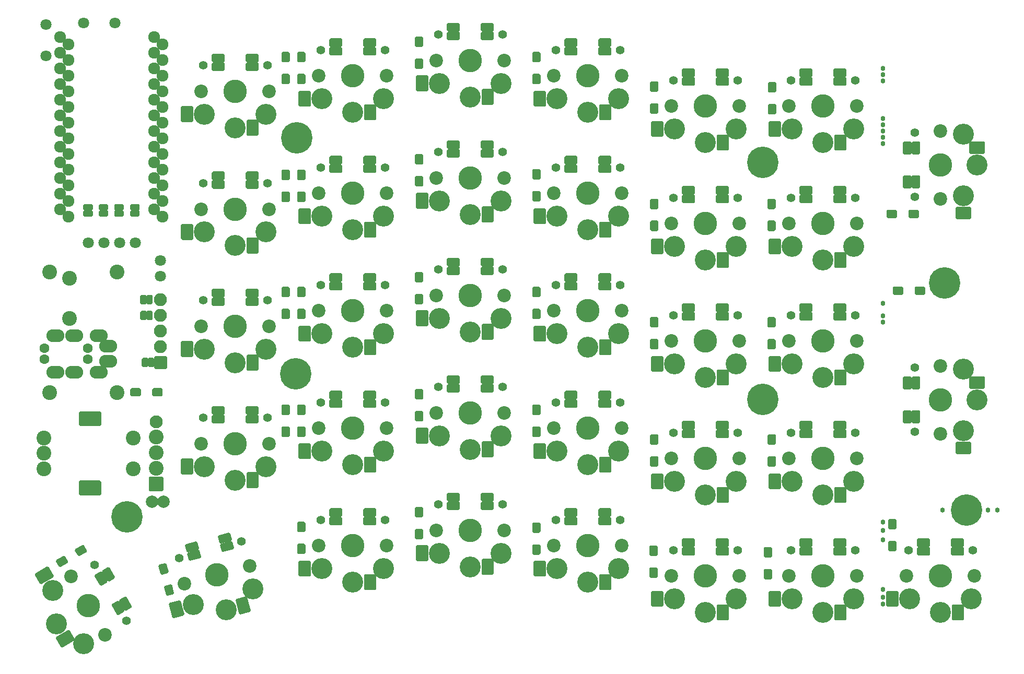
<source format=gbs>
G04 #@! TF.GenerationSoftware,KiCad,Pcbnew,5.1.10-88a1d61d58~90~ubuntu20.04.1*
G04 #@! TF.CreationDate,2022-02-08T14:50:44+02:00*
G04 #@! TF.ProjectId,SofleKeyboard,536f666c-654b-4657-9962-6f6172642e6b,rev?*
G04 #@! TF.SameCoordinates,Original*
G04 #@! TF.FileFunction,Soldermask,Bot*
G04 #@! TF.FilePolarity,Negative*
%FSLAX46Y46*%
G04 Gerber Fmt 4.6, Leading zero omitted, Abs format (unit mm)*
G04 Created by KiCad (PCBNEW 5.1.10-88a1d61d58~90~ubuntu20.04.1) date 2022-02-08 14:50:44*
%MOMM*%
%LPD*%
G01*
G04 APERTURE LIST*
%ADD10C,1.400000*%
%ADD11C,3.400000*%
%ADD12C,3.800000*%
%ADD13C,2.200000*%
%ADD14C,2.100000*%
%ADD15C,2.400000*%
%ADD16C,2.000000*%
%ADD17C,1.797000*%
%ADD18O,2.100000X2.100000*%
%ADD19C,0.793700*%
%ADD20C,5.100000*%
%ADD21C,1.924000*%
%ADD22C,1.600000*%
%ADD23O,2.900000X2.100000*%
G04 APERTURE END LIST*
G36*
G01*
X233150000Y-122701000D02*
X233150000Y-123701000D01*
G75*
G02*
X232950000Y-123901000I-200000J0D01*
G01*
X231250000Y-123901000D01*
G75*
G02*
X231050000Y-123701000I0J200000D01*
G01*
X231050000Y-122701000D01*
G75*
G02*
X231250000Y-122501000I200000J0D01*
G01*
X232950000Y-122501000D01*
G75*
G02*
X233150000Y-122701000I0J-200000D01*
G01*
G37*
G36*
G01*
X238650000Y-122701000D02*
X238650000Y-123701000D01*
G75*
G02*
X238450000Y-123901000I-200000J0D01*
G01*
X236750000Y-123901000D01*
G75*
G02*
X236550000Y-123701000I0J200000D01*
G01*
X236550000Y-122701000D01*
G75*
G02*
X236750000Y-122501000I200000J0D01*
G01*
X238450000Y-122501000D01*
G75*
G02*
X238650000Y-122701000I0J-200000D01*
G01*
G37*
G36*
G01*
X233150000Y-124101000D02*
X233150000Y-125101000D01*
G75*
G02*
X232950000Y-125301000I-200000J0D01*
G01*
X231250000Y-125301000D01*
G75*
G02*
X231050000Y-125101000I0J200000D01*
G01*
X231050000Y-124101000D01*
G75*
G02*
X231250000Y-123901000I200000J0D01*
G01*
X232950000Y-123901000D01*
G75*
G02*
X233150000Y-124101000I0J-200000D01*
G01*
G37*
G36*
G01*
X238650000Y-124101000D02*
X238650000Y-125101000D01*
G75*
G02*
X238450000Y-125301000I-200000J0D01*
G01*
X236750000Y-125301000D01*
G75*
G02*
X236550000Y-125101000I0J200000D01*
G01*
X236550000Y-124101000D01*
G75*
G02*
X236750000Y-123901000I200000J0D01*
G01*
X238450000Y-123901000D01*
G75*
G02*
X238650000Y-124101000I0J-200000D01*
G01*
G37*
D10*
X240070000Y-124400000D03*
X229630000Y-124400000D03*
D11*
X239850000Y-132300000D03*
G36*
G01*
X228050000Y-131200000D02*
X228050000Y-133400000D01*
G75*
G02*
X227850000Y-133600000I-200000J0D01*
G01*
X226250000Y-133600000D01*
G75*
G02*
X226050000Y-133400000I0J200000D01*
G01*
X226050000Y-131200000D01*
G75*
G02*
X226250000Y-131000000I200000J0D01*
G01*
X227850000Y-131000000D01*
G75*
G02*
X228050000Y-131200000I0J-200000D01*
G01*
G37*
G36*
G01*
X238650000Y-133400000D02*
X238650000Y-135600000D01*
G75*
G02*
X238450000Y-135800000I-200000J0D01*
G01*
X236850000Y-135800000D01*
G75*
G02*
X236650000Y-135600000I0J200000D01*
G01*
X236650000Y-133400000D01*
G75*
G02*
X236850000Y-133200000I200000J0D01*
G01*
X238450000Y-133200000D01*
G75*
G02*
X238650000Y-133400000I0J-200000D01*
G01*
G37*
X229850000Y-132300000D03*
X234850000Y-134500000D03*
D12*
X234850000Y-128600000D03*
D13*
X229350000Y-128600000D03*
X240350000Y-128600000D03*
D14*
X107725000Y-103580000D03*
D15*
X107725000Y-106070000D03*
X107725000Y-108610000D03*
X107725000Y-111150000D03*
G36*
G01*
X108925000Y-112690000D02*
X108925000Y-114690000D01*
G75*
G02*
X108725000Y-114890000I-200000J0D01*
G01*
X106725000Y-114890000D01*
G75*
G02*
X106525000Y-114690000I0J200000D01*
G01*
X106525000Y-112690000D01*
G75*
G02*
X106725000Y-112490000I200000J0D01*
G01*
X108725000Y-112490000D01*
G75*
G02*
X108925000Y-112690000I0J-200000D01*
G01*
G37*
D16*
X107100000Y-116530000D03*
X108950000Y-116530000D03*
D17*
X108458000Y-77470000D03*
G36*
G01*
X106133620Y-84348860D02*
X106133620Y-83205860D01*
G75*
G02*
X106333620Y-83005860I200000J0D01*
G01*
X106968620Y-83005860D01*
G75*
G02*
X107168620Y-83205860I0J-200000D01*
G01*
X107168620Y-84348860D01*
G75*
G02*
X106968620Y-84548860I-200000J0D01*
G01*
X106333620Y-84548860D01*
G75*
G02*
X106133620Y-84348860I0J200000D01*
G01*
G37*
G36*
G01*
X105132860Y-84348860D02*
X105132860Y-83205860D01*
G75*
G02*
X105332860Y-83005860I200000J0D01*
G01*
X105967860Y-83005860D01*
G75*
G02*
X106167860Y-83205860I0J-200000D01*
G01*
X106167860Y-84348860D01*
G75*
G02*
X105967860Y-84548860I-200000J0D01*
G01*
X105332860Y-84548860D01*
G75*
G02*
X105132860Y-84348860I0J200000D01*
G01*
G37*
G36*
G01*
X106154880Y-86931500D02*
X106154880Y-85788500D01*
G75*
G02*
X106354880Y-85588500I200000J0D01*
G01*
X106989880Y-85588500D01*
G75*
G02*
X107189880Y-85788500I0J-200000D01*
G01*
X107189880Y-86931500D01*
G75*
G02*
X106989880Y-87131500I-200000J0D01*
G01*
X106354880Y-87131500D01*
G75*
G02*
X106154880Y-86931500I0J200000D01*
G01*
G37*
G36*
G01*
X105154120Y-86931500D02*
X105154120Y-85788500D01*
G75*
G02*
X105354120Y-85588500I200000J0D01*
G01*
X105989120Y-85588500D01*
G75*
G02*
X106189120Y-85788500I0J-200000D01*
G01*
X106189120Y-86931500D01*
G75*
G02*
X105989120Y-87131500I-200000J0D01*
G01*
X105354120Y-87131500D01*
G75*
G02*
X105154120Y-86931500I0J200000D01*
G01*
G37*
G36*
G01*
X106408880Y-94551500D02*
X106408880Y-93408500D01*
G75*
G02*
X106608880Y-93208500I200000J0D01*
G01*
X107243880Y-93208500D01*
G75*
G02*
X107443880Y-93408500I0J-200000D01*
G01*
X107443880Y-94551500D01*
G75*
G02*
X107243880Y-94751500I-200000J0D01*
G01*
X106608880Y-94751500D01*
G75*
G02*
X106408880Y-94551500I0J200000D01*
G01*
G37*
G36*
G01*
X105408120Y-94551500D02*
X105408120Y-93408500D01*
G75*
G02*
X105608120Y-93208500I200000J0D01*
G01*
X106243120Y-93208500D01*
G75*
G02*
X106443120Y-93408500I0J-200000D01*
G01*
X106443120Y-94551500D01*
G75*
G02*
X106243120Y-94751500I-200000J0D01*
G01*
X105608120Y-94751500D01*
G75*
G02*
X105408120Y-94551500I0J200000D01*
G01*
G37*
D15*
X101408000Y-79280000D03*
X90508000Y-79280000D03*
X90508000Y-98880000D03*
X101408000Y-98880000D03*
G36*
G01*
X109508000Y-93130000D02*
X109508000Y-94830000D01*
G75*
G02*
X109308000Y-95030000I-200000J0D01*
G01*
X107608000Y-95030000D01*
G75*
G02*
X107408000Y-94830000I0J200000D01*
G01*
X107408000Y-93130000D01*
G75*
G02*
X107608000Y-92930000I200000J0D01*
G01*
X109308000Y-92930000D01*
G75*
G02*
X109508000Y-93130000I0J-200000D01*
G01*
G37*
D18*
X108458000Y-91440000D03*
X108458000Y-88900000D03*
X108458000Y-86360000D03*
X108458000Y-83820000D03*
D15*
X104028000Y-111212000D03*
X104028000Y-106212000D03*
G36*
G01*
X95228000Y-115312000D02*
X95228000Y-113312000D01*
G75*
G02*
X95428000Y-113112000I200000J0D01*
G01*
X98628000Y-113112000D01*
G75*
G02*
X98828000Y-113312000I0J-200000D01*
G01*
X98828000Y-115312000D01*
G75*
G02*
X98628000Y-115512000I-200000J0D01*
G01*
X95428000Y-115512000D01*
G75*
G02*
X95228000Y-115312000I0J200000D01*
G01*
G37*
G36*
G01*
X95228000Y-104112000D02*
X95228000Y-102112000D01*
G75*
G02*
X95428000Y-101912000I200000J0D01*
G01*
X98628000Y-101912000D01*
G75*
G02*
X98828000Y-102112000I0J-200000D01*
G01*
X98828000Y-104112000D01*
G75*
G02*
X98628000Y-104312000I-200000J0D01*
G01*
X95428000Y-104312000D01*
G75*
G02*
X95228000Y-104112000I0J200000D01*
G01*
G37*
X89528000Y-111212000D03*
X89528000Y-108712000D03*
X89528000Y-106212000D03*
D19*
X235175120Y-117898640D03*
X242541120Y-117898640D03*
X244065120Y-117898640D03*
G36*
G01*
X214100000Y-46501000D02*
X214100000Y-47501000D01*
G75*
G02*
X213900000Y-47701000I-200000J0D01*
G01*
X212200000Y-47701000D01*
G75*
G02*
X212000000Y-47501000I0J200000D01*
G01*
X212000000Y-46501000D01*
G75*
G02*
X212200000Y-46301000I200000J0D01*
G01*
X213900000Y-46301000D01*
G75*
G02*
X214100000Y-46501000I0J-200000D01*
G01*
G37*
G36*
G01*
X219600000Y-46501000D02*
X219600000Y-47501000D01*
G75*
G02*
X219400000Y-47701000I-200000J0D01*
G01*
X217700000Y-47701000D01*
G75*
G02*
X217500000Y-47501000I0J200000D01*
G01*
X217500000Y-46501000D01*
G75*
G02*
X217700000Y-46301000I200000J0D01*
G01*
X219400000Y-46301000D01*
G75*
G02*
X219600000Y-46501000I0J-200000D01*
G01*
G37*
G36*
G01*
X214100000Y-47901000D02*
X214100000Y-48901000D01*
G75*
G02*
X213900000Y-49101000I-200000J0D01*
G01*
X212200000Y-49101000D01*
G75*
G02*
X212000000Y-48901000I0J200000D01*
G01*
X212000000Y-47901000D01*
G75*
G02*
X212200000Y-47701000I200000J0D01*
G01*
X213900000Y-47701000D01*
G75*
G02*
X214100000Y-47901000I0J-200000D01*
G01*
G37*
G36*
G01*
X219600000Y-47901000D02*
X219600000Y-48901000D01*
G75*
G02*
X219400000Y-49101000I-200000J0D01*
G01*
X217700000Y-49101000D01*
G75*
G02*
X217500000Y-48901000I0J200000D01*
G01*
X217500000Y-47901000D01*
G75*
G02*
X217700000Y-47701000I200000J0D01*
G01*
X219400000Y-47701000D01*
G75*
G02*
X219600000Y-47901000I0J-200000D01*
G01*
G37*
D10*
X221020000Y-48200000D03*
X210580000Y-48200000D03*
D11*
X220800000Y-56100000D03*
G36*
G01*
X209000000Y-55000000D02*
X209000000Y-57200000D01*
G75*
G02*
X208800000Y-57400000I-200000J0D01*
G01*
X207200000Y-57400000D01*
G75*
G02*
X207000000Y-57200000I0J200000D01*
G01*
X207000000Y-55000000D01*
G75*
G02*
X207200000Y-54800000I200000J0D01*
G01*
X208800000Y-54800000D01*
G75*
G02*
X209000000Y-55000000I0J-200000D01*
G01*
G37*
G36*
G01*
X219600000Y-57200000D02*
X219600000Y-59400000D01*
G75*
G02*
X219400000Y-59600000I-200000J0D01*
G01*
X217800000Y-59600000D01*
G75*
G02*
X217600000Y-59400000I0J200000D01*
G01*
X217600000Y-57200000D01*
G75*
G02*
X217800000Y-57000000I200000J0D01*
G01*
X219400000Y-57000000D01*
G75*
G02*
X219600000Y-57200000I0J-200000D01*
G01*
G37*
X210800000Y-56100000D03*
X215800000Y-58300000D03*
D12*
X215800000Y-52400000D03*
D13*
X210300000Y-52400000D03*
X221300000Y-52400000D03*
D19*
X225523120Y-130810000D03*
X225523120Y-132080000D03*
X225523120Y-133138640D03*
X225523120Y-122724640D03*
X225523120Y-121200640D03*
X225523120Y-119888000D03*
X225523120Y-87418640D03*
X225523120Y-86402640D03*
X225523120Y-84370640D03*
X225523120Y-54398640D03*
X225523120Y-55414640D03*
X225523120Y-56430640D03*
X225523120Y-57446640D03*
X225523120Y-58462640D03*
X225523120Y-48302640D03*
X225523120Y-47286640D03*
X225523120Y-46270640D03*
G36*
G01*
X228951000Y-63625000D02*
X229951000Y-63625000D01*
G75*
G02*
X230151000Y-63825000I0J-200000D01*
G01*
X230151000Y-65525000D01*
G75*
G02*
X229951000Y-65725000I-200000J0D01*
G01*
X228951000Y-65725000D01*
G75*
G02*
X228751000Y-65525000I0J200000D01*
G01*
X228751000Y-63825000D01*
G75*
G02*
X228951000Y-63625000I200000J0D01*
G01*
G37*
G36*
G01*
X228951000Y-58125000D02*
X229951000Y-58125000D01*
G75*
G02*
X230151000Y-58325000I0J-200000D01*
G01*
X230151000Y-60025000D01*
G75*
G02*
X229951000Y-60225000I-200000J0D01*
G01*
X228951000Y-60225000D01*
G75*
G02*
X228751000Y-60025000I0J200000D01*
G01*
X228751000Y-58325000D01*
G75*
G02*
X228951000Y-58125000I200000J0D01*
G01*
G37*
G36*
G01*
X230351000Y-63625000D02*
X231351000Y-63625000D01*
G75*
G02*
X231551000Y-63825000I0J-200000D01*
G01*
X231551000Y-65525000D01*
G75*
G02*
X231351000Y-65725000I-200000J0D01*
G01*
X230351000Y-65725000D01*
G75*
G02*
X230151000Y-65525000I0J200000D01*
G01*
X230151000Y-63825000D01*
G75*
G02*
X230351000Y-63625000I200000J0D01*
G01*
G37*
G36*
G01*
X230351000Y-58125000D02*
X231351000Y-58125000D01*
G75*
G02*
X231551000Y-58325000I0J-200000D01*
G01*
X231551000Y-60025000D01*
G75*
G02*
X231351000Y-60225000I-200000J0D01*
G01*
X230351000Y-60225000D01*
G75*
G02*
X230151000Y-60025000I0J200000D01*
G01*
X230151000Y-58325000D01*
G75*
G02*
X230351000Y-58125000I200000J0D01*
G01*
G37*
D10*
X230650000Y-56705000D03*
X230650000Y-67145000D03*
D11*
X238550000Y-56925000D03*
G36*
G01*
X237450000Y-68725000D02*
X239650000Y-68725000D01*
G75*
G02*
X239850000Y-68925000I0J-200000D01*
G01*
X239850000Y-70525000D01*
G75*
G02*
X239650000Y-70725000I-200000J0D01*
G01*
X237450000Y-70725000D01*
G75*
G02*
X237250000Y-70525000I0J200000D01*
G01*
X237250000Y-68925000D01*
G75*
G02*
X237450000Y-68725000I200000J0D01*
G01*
G37*
G36*
G01*
X239650000Y-58125000D02*
X241850000Y-58125000D01*
G75*
G02*
X242050000Y-58325000I0J-200000D01*
G01*
X242050000Y-59925000D01*
G75*
G02*
X241850000Y-60125000I-200000J0D01*
G01*
X239650000Y-60125000D01*
G75*
G02*
X239450000Y-59925000I0J200000D01*
G01*
X239450000Y-58325000D01*
G75*
G02*
X239650000Y-58125000I200000J0D01*
G01*
G37*
X238550000Y-66925000D03*
X240750000Y-61925000D03*
D12*
X234850000Y-61925000D03*
D13*
X234850000Y-67425000D03*
X234850000Y-56425000D03*
G36*
G01*
X195050000Y-103651000D02*
X195050000Y-104651000D01*
G75*
G02*
X194850000Y-104851000I-200000J0D01*
G01*
X193150000Y-104851000D01*
G75*
G02*
X192950000Y-104651000I0J200000D01*
G01*
X192950000Y-103651000D01*
G75*
G02*
X193150000Y-103451000I200000J0D01*
G01*
X194850000Y-103451000D01*
G75*
G02*
X195050000Y-103651000I0J-200000D01*
G01*
G37*
G36*
G01*
X200550000Y-103651000D02*
X200550000Y-104651000D01*
G75*
G02*
X200350000Y-104851000I-200000J0D01*
G01*
X198650000Y-104851000D01*
G75*
G02*
X198450000Y-104651000I0J200000D01*
G01*
X198450000Y-103651000D01*
G75*
G02*
X198650000Y-103451000I200000J0D01*
G01*
X200350000Y-103451000D01*
G75*
G02*
X200550000Y-103651000I0J-200000D01*
G01*
G37*
G36*
G01*
X195050000Y-105051000D02*
X195050000Y-106051000D01*
G75*
G02*
X194850000Y-106251000I-200000J0D01*
G01*
X193150000Y-106251000D01*
G75*
G02*
X192950000Y-106051000I0J200000D01*
G01*
X192950000Y-105051000D01*
G75*
G02*
X193150000Y-104851000I200000J0D01*
G01*
X194850000Y-104851000D01*
G75*
G02*
X195050000Y-105051000I0J-200000D01*
G01*
G37*
G36*
G01*
X200550000Y-105051000D02*
X200550000Y-106051000D01*
G75*
G02*
X200350000Y-106251000I-200000J0D01*
G01*
X198650000Y-106251000D01*
G75*
G02*
X198450000Y-106051000I0J200000D01*
G01*
X198450000Y-105051000D01*
G75*
G02*
X198650000Y-104851000I200000J0D01*
G01*
X200350000Y-104851000D01*
G75*
G02*
X200550000Y-105051000I0J-200000D01*
G01*
G37*
D10*
X201970000Y-105350000D03*
X191530000Y-105350000D03*
D11*
X201750000Y-113250000D03*
G36*
G01*
X189950000Y-112150000D02*
X189950000Y-114350000D01*
G75*
G02*
X189750000Y-114550000I-200000J0D01*
G01*
X188150000Y-114550000D01*
G75*
G02*
X187950000Y-114350000I0J200000D01*
G01*
X187950000Y-112150000D01*
G75*
G02*
X188150000Y-111950000I200000J0D01*
G01*
X189750000Y-111950000D01*
G75*
G02*
X189950000Y-112150000I0J-200000D01*
G01*
G37*
G36*
G01*
X200550000Y-114350000D02*
X200550000Y-116550000D01*
G75*
G02*
X200350000Y-116750000I-200000J0D01*
G01*
X198750000Y-116750000D01*
G75*
G02*
X198550000Y-116550000I0J200000D01*
G01*
X198550000Y-114350000D01*
G75*
G02*
X198750000Y-114150000I200000J0D01*
G01*
X200350000Y-114150000D01*
G75*
G02*
X200550000Y-114350000I0J-200000D01*
G01*
G37*
X191750000Y-113250000D03*
X196750000Y-115450000D03*
D12*
X196750000Y-109550000D03*
D13*
X191250000Y-109550000D03*
X202250000Y-109550000D03*
G36*
G01*
X214100000Y-103651000D02*
X214100000Y-104651000D01*
G75*
G02*
X213900000Y-104851000I-200000J0D01*
G01*
X212200000Y-104851000D01*
G75*
G02*
X212000000Y-104651000I0J200000D01*
G01*
X212000000Y-103651000D01*
G75*
G02*
X212200000Y-103451000I200000J0D01*
G01*
X213900000Y-103451000D01*
G75*
G02*
X214100000Y-103651000I0J-200000D01*
G01*
G37*
G36*
G01*
X219600000Y-103651000D02*
X219600000Y-104651000D01*
G75*
G02*
X219400000Y-104851000I-200000J0D01*
G01*
X217700000Y-104851000D01*
G75*
G02*
X217500000Y-104651000I0J200000D01*
G01*
X217500000Y-103651000D01*
G75*
G02*
X217700000Y-103451000I200000J0D01*
G01*
X219400000Y-103451000D01*
G75*
G02*
X219600000Y-103651000I0J-200000D01*
G01*
G37*
G36*
G01*
X214100000Y-105051000D02*
X214100000Y-106051000D01*
G75*
G02*
X213900000Y-106251000I-200000J0D01*
G01*
X212200000Y-106251000D01*
G75*
G02*
X212000000Y-106051000I0J200000D01*
G01*
X212000000Y-105051000D01*
G75*
G02*
X212200000Y-104851000I200000J0D01*
G01*
X213900000Y-104851000D01*
G75*
G02*
X214100000Y-105051000I0J-200000D01*
G01*
G37*
G36*
G01*
X219600000Y-105051000D02*
X219600000Y-106051000D01*
G75*
G02*
X219400000Y-106251000I-200000J0D01*
G01*
X217700000Y-106251000D01*
G75*
G02*
X217500000Y-106051000I0J200000D01*
G01*
X217500000Y-105051000D01*
G75*
G02*
X217700000Y-104851000I200000J0D01*
G01*
X219400000Y-104851000D01*
G75*
G02*
X219600000Y-105051000I0J-200000D01*
G01*
G37*
D10*
X221020000Y-105350000D03*
X210580000Y-105350000D03*
D11*
X220800000Y-113250000D03*
G36*
G01*
X209000000Y-112150000D02*
X209000000Y-114350000D01*
G75*
G02*
X208800000Y-114550000I-200000J0D01*
G01*
X207200000Y-114550000D01*
G75*
G02*
X207000000Y-114350000I0J200000D01*
G01*
X207000000Y-112150000D01*
G75*
G02*
X207200000Y-111950000I200000J0D01*
G01*
X208800000Y-111950000D01*
G75*
G02*
X209000000Y-112150000I0J-200000D01*
G01*
G37*
G36*
G01*
X219600000Y-114350000D02*
X219600000Y-116550000D01*
G75*
G02*
X219400000Y-116750000I-200000J0D01*
G01*
X217800000Y-116750000D01*
G75*
G02*
X217600000Y-116550000I0J200000D01*
G01*
X217600000Y-114350000D01*
G75*
G02*
X217800000Y-114150000I200000J0D01*
G01*
X219400000Y-114150000D01*
G75*
G02*
X219600000Y-114350000I0J-200000D01*
G01*
G37*
X210800000Y-113250000D03*
X215800000Y-115450000D03*
D12*
X215800000Y-109550000D03*
D13*
X210300000Y-109550000D03*
X221300000Y-109550000D03*
G36*
G01*
X214100000Y-122701000D02*
X214100000Y-123701000D01*
G75*
G02*
X213900000Y-123901000I-200000J0D01*
G01*
X212200000Y-123901000D01*
G75*
G02*
X212000000Y-123701000I0J200000D01*
G01*
X212000000Y-122701000D01*
G75*
G02*
X212200000Y-122501000I200000J0D01*
G01*
X213900000Y-122501000D01*
G75*
G02*
X214100000Y-122701000I0J-200000D01*
G01*
G37*
G36*
G01*
X219600000Y-122701000D02*
X219600000Y-123701000D01*
G75*
G02*
X219400000Y-123901000I-200000J0D01*
G01*
X217700000Y-123901000D01*
G75*
G02*
X217500000Y-123701000I0J200000D01*
G01*
X217500000Y-122701000D01*
G75*
G02*
X217700000Y-122501000I200000J0D01*
G01*
X219400000Y-122501000D01*
G75*
G02*
X219600000Y-122701000I0J-200000D01*
G01*
G37*
G36*
G01*
X214100000Y-124101000D02*
X214100000Y-125101000D01*
G75*
G02*
X213900000Y-125301000I-200000J0D01*
G01*
X212200000Y-125301000D01*
G75*
G02*
X212000000Y-125101000I0J200000D01*
G01*
X212000000Y-124101000D01*
G75*
G02*
X212200000Y-123901000I200000J0D01*
G01*
X213900000Y-123901000D01*
G75*
G02*
X214100000Y-124101000I0J-200000D01*
G01*
G37*
G36*
G01*
X219600000Y-124101000D02*
X219600000Y-125101000D01*
G75*
G02*
X219400000Y-125301000I-200000J0D01*
G01*
X217700000Y-125301000D01*
G75*
G02*
X217500000Y-125101000I0J200000D01*
G01*
X217500000Y-124101000D01*
G75*
G02*
X217700000Y-123901000I200000J0D01*
G01*
X219400000Y-123901000D01*
G75*
G02*
X219600000Y-124101000I0J-200000D01*
G01*
G37*
D10*
X221020000Y-124400000D03*
X210580000Y-124400000D03*
D11*
X220800000Y-132300000D03*
G36*
G01*
X209000000Y-131200000D02*
X209000000Y-133400000D01*
G75*
G02*
X208800000Y-133600000I-200000J0D01*
G01*
X207200000Y-133600000D01*
G75*
G02*
X207000000Y-133400000I0J200000D01*
G01*
X207000000Y-131200000D01*
G75*
G02*
X207200000Y-131000000I200000J0D01*
G01*
X208800000Y-131000000D01*
G75*
G02*
X209000000Y-131200000I0J-200000D01*
G01*
G37*
G36*
G01*
X219600000Y-133400000D02*
X219600000Y-135600000D01*
G75*
G02*
X219400000Y-135800000I-200000J0D01*
G01*
X217800000Y-135800000D01*
G75*
G02*
X217600000Y-135600000I0J200000D01*
G01*
X217600000Y-133400000D01*
G75*
G02*
X217800000Y-133200000I200000J0D01*
G01*
X219400000Y-133200000D01*
G75*
G02*
X219600000Y-133400000I0J-200000D01*
G01*
G37*
X210800000Y-132300000D03*
X215800000Y-134500000D03*
D12*
X215800000Y-128600000D03*
D13*
X210300000Y-128600000D03*
X221300000Y-128600000D03*
G36*
G01*
X187837120Y-127205640D02*
X188787120Y-127205640D01*
G75*
G02*
X188987120Y-127405640I0J-200000D01*
G01*
X188987120Y-128705640D01*
G75*
G02*
X188787120Y-128905640I-200000J0D01*
G01*
X187837120Y-128905640D01*
G75*
G02*
X187637120Y-128705640I0J200000D01*
G01*
X187637120Y-127405640D01*
G75*
G02*
X187837120Y-127205640I200000J0D01*
G01*
G37*
G36*
G01*
X187837120Y-123655640D02*
X188787120Y-123655640D01*
G75*
G02*
X188987120Y-123855640I0J-200000D01*
G01*
X188987120Y-125155640D01*
G75*
G02*
X188787120Y-125355640I-200000J0D01*
G01*
X187837120Y-125355640D01*
G75*
G02*
X187637120Y-125155640I0J200000D01*
G01*
X187637120Y-123855640D01*
G75*
G02*
X187837120Y-123655640I200000J0D01*
G01*
G37*
G36*
G01*
X206379120Y-127459640D02*
X207329120Y-127459640D01*
G75*
G02*
X207529120Y-127659640I0J-200000D01*
G01*
X207529120Y-128959640D01*
G75*
G02*
X207329120Y-129159640I-200000J0D01*
G01*
X206379120Y-129159640D01*
G75*
G02*
X206179120Y-128959640I0J200000D01*
G01*
X206179120Y-127659640D01*
G75*
G02*
X206379120Y-127459640I200000J0D01*
G01*
G37*
G36*
G01*
X206379120Y-123909640D02*
X207329120Y-123909640D01*
G75*
G02*
X207529120Y-124109640I0J-200000D01*
G01*
X207529120Y-125409640D01*
G75*
G02*
X207329120Y-125609640I-200000J0D01*
G01*
X206379120Y-125609640D01*
G75*
G02*
X206179120Y-125409640I0J200000D01*
G01*
X206179120Y-124109640D01*
G75*
G02*
X206379120Y-123909640I200000J0D01*
G01*
G37*
G36*
G01*
X226572120Y-122887640D02*
X227522120Y-122887640D01*
G75*
G02*
X227722120Y-123087640I0J-200000D01*
G01*
X227722120Y-124387640D01*
G75*
G02*
X227522120Y-124587640I-200000J0D01*
G01*
X226572120Y-124587640D01*
G75*
G02*
X226372120Y-124387640I0J200000D01*
G01*
X226372120Y-123087640D01*
G75*
G02*
X226572120Y-122887640I200000J0D01*
G01*
G37*
G36*
G01*
X226572120Y-119337640D02*
X227522120Y-119337640D01*
G75*
G02*
X227722120Y-119537640I0J-200000D01*
G01*
X227722120Y-120837640D01*
G75*
G02*
X227522120Y-121037640I-200000J0D01*
G01*
X226572120Y-121037640D01*
G75*
G02*
X226372120Y-120837640I0J200000D01*
G01*
X226372120Y-119537640D01*
G75*
G02*
X226572120Y-119337640I200000J0D01*
G01*
G37*
G36*
G01*
X230639120Y-82813640D02*
X230639120Y-81863640D01*
G75*
G02*
X230839120Y-81663640I200000J0D01*
G01*
X232139120Y-81663640D01*
G75*
G02*
X232339120Y-81863640I0J-200000D01*
G01*
X232339120Y-82813640D01*
G75*
G02*
X232139120Y-83013640I-200000J0D01*
G01*
X230839120Y-83013640D01*
G75*
G02*
X230639120Y-82813640I0J200000D01*
G01*
G37*
G36*
G01*
X227089120Y-82813640D02*
X227089120Y-81863640D01*
G75*
G02*
X227289120Y-81663640I200000J0D01*
G01*
X228589120Y-81663640D01*
G75*
G02*
X228789120Y-81863640I0J-200000D01*
G01*
X228789120Y-82813640D01*
G75*
G02*
X228589120Y-83013640I-200000J0D01*
G01*
X227289120Y-83013640D01*
G75*
G02*
X227089120Y-82813640I0J200000D01*
G01*
G37*
G36*
G01*
X229623120Y-70367640D02*
X229623120Y-69417640D01*
G75*
G02*
X229823120Y-69217640I200000J0D01*
G01*
X231123120Y-69217640D01*
G75*
G02*
X231323120Y-69417640I0J-200000D01*
G01*
X231323120Y-70367640D01*
G75*
G02*
X231123120Y-70567640I-200000J0D01*
G01*
X229823120Y-70567640D01*
G75*
G02*
X229623120Y-70367640I0J200000D01*
G01*
G37*
G36*
G01*
X226073120Y-70367640D02*
X226073120Y-69417640D01*
G75*
G02*
X226273120Y-69217640I200000J0D01*
G01*
X227573120Y-69217640D01*
G75*
G02*
X227773120Y-69417640I0J-200000D01*
G01*
X227773120Y-70367640D01*
G75*
G02*
X227573120Y-70567640I-200000J0D01*
G01*
X226273120Y-70567640D01*
G75*
G02*
X226073120Y-70367640I0J200000D01*
G01*
G37*
D20*
X235508120Y-81043640D03*
X239064120Y-117873640D03*
G36*
G01*
X195050000Y-122701000D02*
X195050000Y-123701000D01*
G75*
G02*
X194850000Y-123901000I-200000J0D01*
G01*
X193150000Y-123901000D01*
G75*
G02*
X192950000Y-123701000I0J200000D01*
G01*
X192950000Y-122701000D01*
G75*
G02*
X193150000Y-122501000I200000J0D01*
G01*
X194850000Y-122501000D01*
G75*
G02*
X195050000Y-122701000I0J-200000D01*
G01*
G37*
G36*
G01*
X200550000Y-122701000D02*
X200550000Y-123701000D01*
G75*
G02*
X200350000Y-123901000I-200000J0D01*
G01*
X198650000Y-123901000D01*
G75*
G02*
X198450000Y-123701000I0J200000D01*
G01*
X198450000Y-122701000D01*
G75*
G02*
X198650000Y-122501000I200000J0D01*
G01*
X200350000Y-122501000D01*
G75*
G02*
X200550000Y-122701000I0J-200000D01*
G01*
G37*
G36*
G01*
X195050000Y-124101000D02*
X195050000Y-125101000D01*
G75*
G02*
X194850000Y-125301000I-200000J0D01*
G01*
X193150000Y-125301000D01*
G75*
G02*
X192950000Y-125101000I0J200000D01*
G01*
X192950000Y-124101000D01*
G75*
G02*
X193150000Y-123901000I200000J0D01*
G01*
X194850000Y-123901000D01*
G75*
G02*
X195050000Y-124101000I0J-200000D01*
G01*
G37*
G36*
G01*
X200550000Y-124101000D02*
X200550000Y-125101000D01*
G75*
G02*
X200350000Y-125301000I-200000J0D01*
G01*
X198650000Y-125301000D01*
G75*
G02*
X198450000Y-125101000I0J200000D01*
G01*
X198450000Y-124101000D01*
G75*
G02*
X198650000Y-123901000I200000J0D01*
G01*
X200350000Y-123901000D01*
G75*
G02*
X200550000Y-124101000I0J-200000D01*
G01*
G37*
D10*
X201970000Y-124400000D03*
X191530000Y-124400000D03*
D11*
X201750000Y-132300000D03*
G36*
G01*
X189950000Y-131200000D02*
X189950000Y-133400000D01*
G75*
G02*
X189750000Y-133600000I-200000J0D01*
G01*
X188150000Y-133600000D01*
G75*
G02*
X187950000Y-133400000I0J200000D01*
G01*
X187950000Y-131200000D01*
G75*
G02*
X188150000Y-131000000I200000J0D01*
G01*
X189750000Y-131000000D01*
G75*
G02*
X189950000Y-131200000I0J-200000D01*
G01*
G37*
G36*
G01*
X200550000Y-133400000D02*
X200550000Y-135600000D01*
G75*
G02*
X200350000Y-135800000I-200000J0D01*
G01*
X198750000Y-135800000D01*
G75*
G02*
X198550000Y-135600000I0J200000D01*
G01*
X198550000Y-133400000D01*
G75*
G02*
X198750000Y-133200000I200000J0D01*
G01*
X200350000Y-133200000D01*
G75*
G02*
X200550000Y-133400000I0J-200000D01*
G01*
G37*
X191750000Y-132300000D03*
X196750000Y-134500000D03*
D12*
X196750000Y-128600000D03*
D13*
X191250000Y-128600000D03*
X202250000Y-128600000D03*
G36*
G01*
X228951000Y-101725000D02*
X229951000Y-101725000D01*
G75*
G02*
X230151000Y-101925000I0J-200000D01*
G01*
X230151000Y-103625000D01*
G75*
G02*
X229951000Y-103825000I-200000J0D01*
G01*
X228951000Y-103825000D01*
G75*
G02*
X228751000Y-103625000I0J200000D01*
G01*
X228751000Y-101925000D01*
G75*
G02*
X228951000Y-101725000I200000J0D01*
G01*
G37*
G36*
G01*
X228951000Y-96225000D02*
X229951000Y-96225000D01*
G75*
G02*
X230151000Y-96425000I0J-200000D01*
G01*
X230151000Y-98125000D01*
G75*
G02*
X229951000Y-98325000I-200000J0D01*
G01*
X228951000Y-98325000D01*
G75*
G02*
X228751000Y-98125000I0J200000D01*
G01*
X228751000Y-96425000D01*
G75*
G02*
X228951000Y-96225000I200000J0D01*
G01*
G37*
G36*
G01*
X230351000Y-101725000D02*
X231351000Y-101725000D01*
G75*
G02*
X231551000Y-101925000I0J-200000D01*
G01*
X231551000Y-103625000D01*
G75*
G02*
X231351000Y-103825000I-200000J0D01*
G01*
X230351000Y-103825000D01*
G75*
G02*
X230151000Y-103625000I0J200000D01*
G01*
X230151000Y-101925000D01*
G75*
G02*
X230351000Y-101725000I200000J0D01*
G01*
G37*
G36*
G01*
X230351000Y-96225000D02*
X231351000Y-96225000D01*
G75*
G02*
X231551000Y-96425000I0J-200000D01*
G01*
X231551000Y-98125000D01*
G75*
G02*
X231351000Y-98325000I-200000J0D01*
G01*
X230351000Y-98325000D01*
G75*
G02*
X230151000Y-98125000I0J200000D01*
G01*
X230151000Y-96425000D01*
G75*
G02*
X230351000Y-96225000I200000J0D01*
G01*
G37*
D10*
X230650000Y-94805000D03*
X230650000Y-105245000D03*
D11*
X238550000Y-95025000D03*
G36*
G01*
X237450000Y-106825000D02*
X239650000Y-106825000D01*
G75*
G02*
X239850000Y-107025000I0J-200000D01*
G01*
X239850000Y-108625000D01*
G75*
G02*
X239650000Y-108825000I-200000J0D01*
G01*
X237450000Y-108825000D01*
G75*
G02*
X237250000Y-108625000I0J200000D01*
G01*
X237250000Y-107025000D01*
G75*
G02*
X237450000Y-106825000I200000J0D01*
G01*
G37*
G36*
G01*
X239650000Y-96225000D02*
X241850000Y-96225000D01*
G75*
G02*
X242050000Y-96425000I0J-200000D01*
G01*
X242050000Y-98025000D01*
G75*
G02*
X241850000Y-98225000I-200000J0D01*
G01*
X239650000Y-98225000D01*
G75*
G02*
X239450000Y-98025000I0J200000D01*
G01*
X239450000Y-96425000D01*
G75*
G02*
X239650000Y-96225000I200000J0D01*
G01*
G37*
X238550000Y-105025000D03*
X240750000Y-100025000D03*
D12*
X234850000Y-100025000D03*
D13*
X234850000Y-105525000D03*
X234850000Y-94525000D03*
G36*
G01*
X176000000Y-117801000D02*
X176000000Y-118801000D01*
G75*
G02*
X175800000Y-119001000I-200000J0D01*
G01*
X174100000Y-119001000D01*
G75*
G02*
X173900000Y-118801000I0J200000D01*
G01*
X173900000Y-117801000D01*
G75*
G02*
X174100000Y-117601000I200000J0D01*
G01*
X175800000Y-117601000D01*
G75*
G02*
X176000000Y-117801000I0J-200000D01*
G01*
G37*
G36*
G01*
X181500000Y-117801000D02*
X181500000Y-118801000D01*
G75*
G02*
X181300000Y-119001000I-200000J0D01*
G01*
X179600000Y-119001000D01*
G75*
G02*
X179400000Y-118801000I0J200000D01*
G01*
X179400000Y-117801000D01*
G75*
G02*
X179600000Y-117601000I200000J0D01*
G01*
X181300000Y-117601000D01*
G75*
G02*
X181500000Y-117801000I0J-200000D01*
G01*
G37*
G36*
G01*
X176000000Y-119201000D02*
X176000000Y-120201000D01*
G75*
G02*
X175800000Y-120401000I-200000J0D01*
G01*
X174100000Y-120401000D01*
G75*
G02*
X173900000Y-120201000I0J200000D01*
G01*
X173900000Y-119201000D01*
G75*
G02*
X174100000Y-119001000I200000J0D01*
G01*
X175800000Y-119001000D01*
G75*
G02*
X176000000Y-119201000I0J-200000D01*
G01*
G37*
G36*
G01*
X181500000Y-119201000D02*
X181500000Y-120201000D01*
G75*
G02*
X181300000Y-120401000I-200000J0D01*
G01*
X179600000Y-120401000D01*
G75*
G02*
X179400000Y-120201000I0J200000D01*
G01*
X179400000Y-119201000D01*
G75*
G02*
X179600000Y-119001000I200000J0D01*
G01*
X181300000Y-119001000D01*
G75*
G02*
X181500000Y-119201000I0J-200000D01*
G01*
G37*
D10*
X182920000Y-119500000D03*
X172480000Y-119500000D03*
D11*
X182700000Y-127400000D03*
G36*
G01*
X170900000Y-126300000D02*
X170900000Y-128500000D01*
G75*
G02*
X170700000Y-128700000I-200000J0D01*
G01*
X169100000Y-128700000D01*
G75*
G02*
X168900000Y-128500000I0J200000D01*
G01*
X168900000Y-126300000D01*
G75*
G02*
X169100000Y-126100000I200000J0D01*
G01*
X170700000Y-126100000D01*
G75*
G02*
X170900000Y-126300000I0J-200000D01*
G01*
G37*
G36*
G01*
X181500000Y-128500000D02*
X181500000Y-130700000D01*
G75*
G02*
X181300000Y-130900000I-200000J0D01*
G01*
X179700000Y-130900000D01*
G75*
G02*
X179500000Y-130700000I0J200000D01*
G01*
X179500000Y-128500000D01*
G75*
G02*
X179700000Y-128300000I200000J0D01*
G01*
X181300000Y-128300000D01*
G75*
G02*
X181500000Y-128500000I0J-200000D01*
G01*
G37*
X172700000Y-127400000D03*
X177700000Y-129600000D03*
D12*
X177700000Y-123700000D03*
D13*
X172200000Y-123700000D03*
X183200000Y-123700000D03*
G36*
G01*
X156950000Y-115301000D02*
X156950000Y-116301000D01*
G75*
G02*
X156750000Y-116501000I-200000J0D01*
G01*
X155050000Y-116501000D01*
G75*
G02*
X154850000Y-116301000I0J200000D01*
G01*
X154850000Y-115301000D01*
G75*
G02*
X155050000Y-115101000I200000J0D01*
G01*
X156750000Y-115101000D01*
G75*
G02*
X156950000Y-115301000I0J-200000D01*
G01*
G37*
G36*
G01*
X162450000Y-115301000D02*
X162450000Y-116301000D01*
G75*
G02*
X162250000Y-116501000I-200000J0D01*
G01*
X160550000Y-116501000D01*
G75*
G02*
X160350000Y-116301000I0J200000D01*
G01*
X160350000Y-115301000D01*
G75*
G02*
X160550000Y-115101000I200000J0D01*
G01*
X162250000Y-115101000D01*
G75*
G02*
X162450000Y-115301000I0J-200000D01*
G01*
G37*
G36*
G01*
X156950000Y-116701000D02*
X156950000Y-117701000D01*
G75*
G02*
X156750000Y-117901000I-200000J0D01*
G01*
X155050000Y-117901000D01*
G75*
G02*
X154850000Y-117701000I0J200000D01*
G01*
X154850000Y-116701000D01*
G75*
G02*
X155050000Y-116501000I200000J0D01*
G01*
X156750000Y-116501000D01*
G75*
G02*
X156950000Y-116701000I0J-200000D01*
G01*
G37*
G36*
G01*
X162450000Y-116701000D02*
X162450000Y-117701000D01*
G75*
G02*
X162250000Y-117901000I-200000J0D01*
G01*
X160550000Y-117901000D01*
G75*
G02*
X160350000Y-117701000I0J200000D01*
G01*
X160350000Y-116701000D01*
G75*
G02*
X160550000Y-116501000I200000J0D01*
G01*
X162250000Y-116501000D01*
G75*
G02*
X162450000Y-116701000I0J-200000D01*
G01*
G37*
D10*
X163870000Y-117000000D03*
X153430000Y-117000000D03*
D11*
X163650000Y-124900000D03*
G36*
G01*
X151850000Y-123800000D02*
X151850000Y-126000000D01*
G75*
G02*
X151650000Y-126200000I-200000J0D01*
G01*
X150050000Y-126200000D01*
G75*
G02*
X149850000Y-126000000I0J200000D01*
G01*
X149850000Y-123800000D01*
G75*
G02*
X150050000Y-123600000I200000J0D01*
G01*
X151650000Y-123600000D01*
G75*
G02*
X151850000Y-123800000I0J-200000D01*
G01*
G37*
G36*
G01*
X162450000Y-126000000D02*
X162450000Y-128200000D01*
G75*
G02*
X162250000Y-128400000I-200000J0D01*
G01*
X160650000Y-128400000D01*
G75*
G02*
X160450000Y-128200000I0J200000D01*
G01*
X160450000Y-126000000D01*
G75*
G02*
X160650000Y-125800000I200000J0D01*
G01*
X162250000Y-125800000D01*
G75*
G02*
X162450000Y-126000000I0J-200000D01*
G01*
G37*
X153650000Y-124900000D03*
X158650000Y-127100000D03*
D12*
X158650000Y-121200000D03*
D13*
X153150000Y-121200000D03*
X164150000Y-121200000D03*
G36*
G01*
X137900000Y-117801000D02*
X137900000Y-118801000D01*
G75*
G02*
X137700000Y-119001000I-200000J0D01*
G01*
X136000000Y-119001000D01*
G75*
G02*
X135800000Y-118801000I0J200000D01*
G01*
X135800000Y-117801000D01*
G75*
G02*
X136000000Y-117601000I200000J0D01*
G01*
X137700000Y-117601000D01*
G75*
G02*
X137900000Y-117801000I0J-200000D01*
G01*
G37*
G36*
G01*
X143400000Y-117801000D02*
X143400000Y-118801000D01*
G75*
G02*
X143200000Y-119001000I-200000J0D01*
G01*
X141500000Y-119001000D01*
G75*
G02*
X141300000Y-118801000I0J200000D01*
G01*
X141300000Y-117801000D01*
G75*
G02*
X141500000Y-117601000I200000J0D01*
G01*
X143200000Y-117601000D01*
G75*
G02*
X143400000Y-117801000I0J-200000D01*
G01*
G37*
G36*
G01*
X137900000Y-119201000D02*
X137900000Y-120201000D01*
G75*
G02*
X137700000Y-120401000I-200000J0D01*
G01*
X136000000Y-120401000D01*
G75*
G02*
X135800000Y-120201000I0J200000D01*
G01*
X135800000Y-119201000D01*
G75*
G02*
X136000000Y-119001000I200000J0D01*
G01*
X137700000Y-119001000D01*
G75*
G02*
X137900000Y-119201000I0J-200000D01*
G01*
G37*
G36*
G01*
X143400000Y-119201000D02*
X143400000Y-120201000D01*
G75*
G02*
X143200000Y-120401000I-200000J0D01*
G01*
X141500000Y-120401000D01*
G75*
G02*
X141300000Y-120201000I0J200000D01*
G01*
X141300000Y-119201000D01*
G75*
G02*
X141500000Y-119001000I200000J0D01*
G01*
X143200000Y-119001000D01*
G75*
G02*
X143400000Y-119201000I0J-200000D01*
G01*
G37*
D10*
X144820000Y-119500000D03*
X134380000Y-119500000D03*
D11*
X144600000Y-127400000D03*
G36*
G01*
X132800000Y-126300000D02*
X132800000Y-128500000D01*
G75*
G02*
X132600000Y-128700000I-200000J0D01*
G01*
X131000000Y-128700000D01*
G75*
G02*
X130800000Y-128500000I0J200000D01*
G01*
X130800000Y-126300000D01*
G75*
G02*
X131000000Y-126100000I200000J0D01*
G01*
X132600000Y-126100000D01*
G75*
G02*
X132800000Y-126300000I0J-200000D01*
G01*
G37*
G36*
G01*
X143400000Y-128500000D02*
X143400000Y-130700000D01*
G75*
G02*
X143200000Y-130900000I-200000J0D01*
G01*
X141600000Y-130900000D01*
G75*
G02*
X141400000Y-130700000I0J200000D01*
G01*
X141400000Y-128500000D01*
G75*
G02*
X141600000Y-128300000I200000J0D01*
G01*
X143200000Y-128300000D01*
G75*
G02*
X143400000Y-128500000I0J-200000D01*
G01*
G37*
X134600000Y-127400000D03*
X139600000Y-129600000D03*
D12*
X139600000Y-123700000D03*
D13*
X134100000Y-123700000D03*
X145100000Y-123700000D03*
G36*
G01*
X114431152Y-123141996D02*
X114689971Y-124107922D01*
G75*
G02*
X114548550Y-124352871I-193185J-51764D01*
G01*
X112906477Y-124792863D01*
G75*
G02*
X112661528Y-124651442I-51764J193185D01*
G01*
X112402709Y-123685516D01*
G75*
G02*
X112544130Y-123440567I193185J51764D01*
G01*
X114186203Y-123000575D01*
G75*
G02*
X114431152Y-123141996I51764J-193185D01*
G01*
G37*
G36*
G01*
X119743744Y-121718491D02*
X120002563Y-122684417D01*
G75*
G02*
X119861142Y-122929366I-193185J-51764D01*
G01*
X118219069Y-123369358D01*
G75*
G02*
X117974120Y-123227937I-51764J193185D01*
G01*
X117715301Y-122262011D01*
G75*
G02*
X117856722Y-122017062I193185J51764D01*
G01*
X119498795Y-121577070D01*
G75*
G02*
X119743744Y-121718491I51764J-193185D01*
G01*
G37*
G36*
G01*
X114793499Y-124494292D02*
X115052318Y-125460218D01*
G75*
G02*
X114910897Y-125705167I-193185J-51764D01*
G01*
X113268824Y-126145159D01*
G75*
G02*
X113023875Y-126003738I-51764J193185D01*
G01*
X112765056Y-125037812D01*
G75*
G02*
X112906477Y-124792863I193185J51764D01*
G01*
X114548550Y-124352871D01*
G75*
G02*
X114793499Y-124494292I51764J-193185D01*
G01*
G37*
G36*
G01*
X120106091Y-123070787D02*
X120364910Y-124036713D01*
G75*
G02*
X120223489Y-124281662I-193185J-51764D01*
G01*
X118581416Y-124721654D01*
G75*
G02*
X118336467Y-124580233I-51764J193185D01*
G01*
X118077648Y-123614307D01*
G75*
G02*
X118219069Y-123369358I193185J51764D01*
G01*
X119861142Y-122929366D01*
G75*
G02*
X120106091Y-123070787I51764J-193185D01*
G01*
G37*
D10*
X121555093Y-122992076D03*
X111470827Y-125694147D03*
D11*
X123387260Y-130679830D03*
G36*
G01*
X111704634Y-132671376D02*
X112274036Y-134796413D01*
G75*
G02*
X112132615Y-135041362I-193185J-51764D01*
G01*
X110587133Y-135455473D01*
G75*
G02*
X110342184Y-135314052I-51764J193185D01*
G01*
X109772782Y-133189015D01*
G75*
G02*
X109914203Y-132944066I193185J51764D01*
G01*
X111459685Y-132529955D01*
G75*
G02*
X111704634Y-132671376I51764J-193185D01*
G01*
G37*
G36*
G01*
X122512850Y-132052931D02*
X123082252Y-134177968D01*
G75*
G02*
X122940831Y-134422917I-193185J-51764D01*
G01*
X121395349Y-134837028D01*
G75*
G02*
X121150400Y-134695607I-51764J193185D01*
G01*
X120580998Y-132570570D01*
G75*
G02*
X120722419Y-132325621I193185J51764D01*
G01*
X122267901Y-131911510D01*
G75*
G02*
X122512850Y-132052931I51764J-193185D01*
G01*
G37*
X113728001Y-133268021D03*
X119127032Y-134098962D03*
D12*
X117600000Y-128400000D03*
D13*
X112287408Y-129823505D03*
X122912592Y-126976495D03*
G36*
G01*
X100968684Y-128978257D02*
X100102658Y-129478257D01*
G75*
G02*
X99829453Y-129405052I-100000J173205D01*
G01*
X98979453Y-127932808D01*
G75*
G02*
X99052658Y-127659603I173205J100000D01*
G01*
X99918684Y-127159603D01*
G75*
G02*
X100191889Y-127232808I100000J-173205D01*
G01*
X101041889Y-128705052D01*
G75*
G02*
X100968684Y-128978257I-173205J-100000D01*
G01*
G37*
G36*
G01*
X103718684Y-133741397D02*
X102852658Y-134241397D01*
G75*
G02*
X102579453Y-134168192I-100000J173205D01*
G01*
X101729453Y-132695948D01*
G75*
G02*
X101802658Y-132422743I173205J100000D01*
G01*
X102668684Y-131922743D01*
G75*
G02*
X102941889Y-131995948I100000J-173205D01*
G01*
X103791889Y-133468192D01*
G75*
G02*
X103718684Y-133741397I-173205J-100000D01*
G01*
G37*
G36*
G01*
X99756249Y-129678257D02*
X98890223Y-130178257D01*
G75*
G02*
X98617018Y-130105052I-100000J173205D01*
G01*
X97767018Y-128632808D01*
G75*
G02*
X97840223Y-128359603I173205J100000D01*
G01*
X98706249Y-127859603D01*
G75*
G02*
X98979454Y-127932808I100000J-173205D01*
G01*
X99829454Y-129405052D01*
G75*
G02*
X99756249Y-129678257I-173205J-100000D01*
G01*
G37*
G36*
G01*
X102506249Y-134441397D02*
X101640223Y-134941397D01*
G75*
G02*
X101367018Y-134868192I-100000J173205D01*
G01*
X100517018Y-133395948D01*
G75*
G02*
X100590223Y-133122743I173205J100000D01*
G01*
X101456249Y-132622743D01*
G75*
G02*
X101729454Y-132695948I100000J-173205D01*
G01*
X102579454Y-134168192D01*
G75*
G02*
X102506249Y-134441397I-173205J-100000D01*
G01*
G37*
D10*
X102957307Y-135820653D03*
X97737307Y-126779347D03*
D11*
X96005706Y-139580127D03*
G36*
G01*
X91058334Y-128811027D02*
X89153078Y-129911027D01*
G75*
G02*
X88879873Y-129837822I-100000J173205D01*
G01*
X88079873Y-128452182D01*
G75*
G02*
X88153078Y-128178977I173205J100000D01*
G01*
X90058334Y-127078977D01*
G75*
G02*
X90331539Y-127152182I100000J-173205D01*
G01*
X91131539Y-128537822D01*
G75*
G02*
X91058334Y-128811027I-173205J-100000D01*
G01*
G37*
G36*
G01*
X94453078Y-139090896D02*
X92547822Y-140190896D01*
G75*
G02*
X92274617Y-140117691I-100000J173205D01*
G01*
X91474617Y-138732051D01*
G75*
G02*
X91547822Y-138458846I173205J100000D01*
G01*
X93453078Y-137358846D01*
G75*
G02*
X93726283Y-137432051I100000J-173205D01*
G01*
X94526283Y-138817691D01*
G75*
G02*
X94453078Y-139090896I-173205J-100000D01*
G01*
G37*
X91005706Y-130919873D03*
X91600450Y-136350000D03*
D12*
X96710000Y-133400000D03*
D13*
X93960000Y-128636860D03*
X99460000Y-138163140D03*
G36*
G01*
X176000000Y-98751000D02*
X176000000Y-99751000D01*
G75*
G02*
X175800000Y-99951000I-200000J0D01*
G01*
X174100000Y-99951000D01*
G75*
G02*
X173900000Y-99751000I0J200000D01*
G01*
X173900000Y-98751000D01*
G75*
G02*
X174100000Y-98551000I200000J0D01*
G01*
X175800000Y-98551000D01*
G75*
G02*
X176000000Y-98751000I0J-200000D01*
G01*
G37*
G36*
G01*
X181500000Y-98751000D02*
X181500000Y-99751000D01*
G75*
G02*
X181300000Y-99951000I-200000J0D01*
G01*
X179600000Y-99951000D01*
G75*
G02*
X179400000Y-99751000I0J200000D01*
G01*
X179400000Y-98751000D01*
G75*
G02*
X179600000Y-98551000I200000J0D01*
G01*
X181300000Y-98551000D01*
G75*
G02*
X181500000Y-98751000I0J-200000D01*
G01*
G37*
G36*
G01*
X176000000Y-100151000D02*
X176000000Y-101151000D01*
G75*
G02*
X175800000Y-101351000I-200000J0D01*
G01*
X174100000Y-101351000D01*
G75*
G02*
X173900000Y-101151000I0J200000D01*
G01*
X173900000Y-100151000D01*
G75*
G02*
X174100000Y-99951000I200000J0D01*
G01*
X175800000Y-99951000D01*
G75*
G02*
X176000000Y-100151000I0J-200000D01*
G01*
G37*
G36*
G01*
X181500000Y-100151000D02*
X181500000Y-101151000D01*
G75*
G02*
X181300000Y-101351000I-200000J0D01*
G01*
X179600000Y-101351000D01*
G75*
G02*
X179400000Y-101151000I0J200000D01*
G01*
X179400000Y-100151000D01*
G75*
G02*
X179600000Y-99951000I200000J0D01*
G01*
X181300000Y-99951000D01*
G75*
G02*
X181500000Y-100151000I0J-200000D01*
G01*
G37*
D10*
X182920000Y-100450000D03*
X172480000Y-100450000D03*
D11*
X182700000Y-108350000D03*
G36*
G01*
X170900000Y-107250000D02*
X170900000Y-109450000D01*
G75*
G02*
X170700000Y-109650000I-200000J0D01*
G01*
X169100000Y-109650000D01*
G75*
G02*
X168900000Y-109450000I0J200000D01*
G01*
X168900000Y-107250000D01*
G75*
G02*
X169100000Y-107050000I200000J0D01*
G01*
X170700000Y-107050000D01*
G75*
G02*
X170900000Y-107250000I0J-200000D01*
G01*
G37*
G36*
G01*
X181500000Y-109450000D02*
X181500000Y-111650000D01*
G75*
G02*
X181300000Y-111850000I-200000J0D01*
G01*
X179700000Y-111850000D01*
G75*
G02*
X179500000Y-111650000I0J200000D01*
G01*
X179500000Y-109450000D01*
G75*
G02*
X179700000Y-109250000I200000J0D01*
G01*
X181300000Y-109250000D01*
G75*
G02*
X181500000Y-109450000I0J-200000D01*
G01*
G37*
X172700000Y-108350000D03*
X177700000Y-110550000D03*
D12*
X177700000Y-104650000D03*
D13*
X172200000Y-104650000D03*
X183200000Y-104650000D03*
G36*
G01*
X156950000Y-96251000D02*
X156950000Y-97251000D01*
G75*
G02*
X156750000Y-97451000I-200000J0D01*
G01*
X155050000Y-97451000D01*
G75*
G02*
X154850000Y-97251000I0J200000D01*
G01*
X154850000Y-96251000D01*
G75*
G02*
X155050000Y-96051000I200000J0D01*
G01*
X156750000Y-96051000D01*
G75*
G02*
X156950000Y-96251000I0J-200000D01*
G01*
G37*
G36*
G01*
X162450000Y-96251000D02*
X162450000Y-97251000D01*
G75*
G02*
X162250000Y-97451000I-200000J0D01*
G01*
X160550000Y-97451000D01*
G75*
G02*
X160350000Y-97251000I0J200000D01*
G01*
X160350000Y-96251000D01*
G75*
G02*
X160550000Y-96051000I200000J0D01*
G01*
X162250000Y-96051000D01*
G75*
G02*
X162450000Y-96251000I0J-200000D01*
G01*
G37*
G36*
G01*
X156950000Y-97651000D02*
X156950000Y-98651000D01*
G75*
G02*
X156750000Y-98851000I-200000J0D01*
G01*
X155050000Y-98851000D01*
G75*
G02*
X154850000Y-98651000I0J200000D01*
G01*
X154850000Y-97651000D01*
G75*
G02*
X155050000Y-97451000I200000J0D01*
G01*
X156750000Y-97451000D01*
G75*
G02*
X156950000Y-97651000I0J-200000D01*
G01*
G37*
G36*
G01*
X162450000Y-97651000D02*
X162450000Y-98651000D01*
G75*
G02*
X162250000Y-98851000I-200000J0D01*
G01*
X160550000Y-98851000D01*
G75*
G02*
X160350000Y-98651000I0J200000D01*
G01*
X160350000Y-97651000D01*
G75*
G02*
X160550000Y-97451000I200000J0D01*
G01*
X162250000Y-97451000D01*
G75*
G02*
X162450000Y-97651000I0J-200000D01*
G01*
G37*
D10*
X163870000Y-97950000D03*
X153430000Y-97950000D03*
D11*
X163650000Y-105850000D03*
G36*
G01*
X151850000Y-104750000D02*
X151850000Y-106950000D01*
G75*
G02*
X151650000Y-107150000I-200000J0D01*
G01*
X150050000Y-107150000D01*
G75*
G02*
X149850000Y-106950000I0J200000D01*
G01*
X149850000Y-104750000D01*
G75*
G02*
X150050000Y-104550000I200000J0D01*
G01*
X151650000Y-104550000D01*
G75*
G02*
X151850000Y-104750000I0J-200000D01*
G01*
G37*
G36*
G01*
X162450000Y-106950000D02*
X162450000Y-109150000D01*
G75*
G02*
X162250000Y-109350000I-200000J0D01*
G01*
X160650000Y-109350000D01*
G75*
G02*
X160450000Y-109150000I0J200000D01*
G01*
X160450000Y-106950000D01*
G75*
G02*
X160650000Y-106750000I200000J0D01*
G01*
X162250000Y-106750000D01*
G75*
G02*
X162450000Y-106950000I0J-200000D01*
G01*
G37*
X153650000Y-105850000D03*
X158650000Y-108050000D03*
D12*
X158650000Y-102150000D03*
D13*
X153150000Y-102150000D03*
X164150000Y-102150000D03*
G36*
G01*
X137900000Y-98751000D02*
X137900000Y-99751000D01*
G75*
G02*
X137700000Y-99951000I-200000J0D01*
G01*
X136000000Y-99951000D01*
G75*
G02*
X135800000Y-99751000I0J200000D01*
G01*
X135800000Y-98751000D01*
G75*
G02*
X136000000Y-98551000I200000J0D01*
G01*
X137700000Y-98551000D01*
G75*
G02*
X137900000Y-98751000I0J-200000D01*
G01*
G37*
G36*
G01*
X143400000Y-98751000D02*
X143400000Y-99751000D01*
G75*
G02*
X143200000Y-99951000I-200000J0D01*
G01*
X141500000Y-99951000D01*
G75*
G02*
X141300000Y-99751000I0J200000D01*
G01*
X141300000Y-98751000D01*
G75*
G02*
X141500000Y-98551000I200000J0D01*
G01*
X143200000Y-98551000D01*
G75*
G02*
X143400000Y-98751000I0J-200000D01*
G01*
G37*
G36*
G01*
X137900000Y-100151000D02*
X137900000Y-101151000D01*
G75*
G02*
X137700000Y-101351000I-200000J0D01*
G01*
X136000000Y-101351000D01*
G75*
G02*
X135800000Y-101151000I0J200000D01*
G01*
X135800000Y-100151000D01*
G75*
G02*
X136000000Y-99951000I200000J0D01*
G01*
X137700000Y-99951000D01*
G75*
G02*
X137900000Y-100151000I0J-200000D01*
G01*
G37*
G36*
G01*
X143400000Y-100151000D02*
X143400000Y-101151000D01*
G75*
G02*
X143200000Y-101351000I-200000J0D01*
G01*
X141500000Y-101351000D01*
G75*
G02*
X141300000Y-101151000I0J200000D01*
G01*
X141300000Y-100151000D01*
G75*
G02*
X141500000Y-99951000I200000J0D01*
G01*
X143200000Y-99951000D01*
G75*
G02*
X143400000Y-100151000I0J-200000D01*
G01*
G37*
D10*
X144820000Y-100450000D03*
X134380000Y-100450000D03*
D11*
X144600000Y-108350000D03*
G36*
G01*
X132800000Y-107250000D02*
X132800000Y-109450000D01*
G75*
G02*
X132600000Y-109650000I-200000J0D01*
G01*
X131000000Y-109650000D01*
G75*
G02*
X130800000Y-109450000I0J200000D01*
G01*
X130800000Y-107250000D01*
G75*
G02*
X131000000Y-107050000I200000J0D01*
G01*
X132600000Y-107050000D01*
G75*
G02*
X132800000Y-107250000I0J-200000D01*
G01*
G37*
G36*
G01*
X143400000Y-109450000D02*
X143400000Y-111650000D01*
G75*
G02*
X143200000Y-111850000I-200000J0D01*
G01*
X141600000Y-111850000D01*
G75*
G02*
X141400000Y-111650000I0J200000D01*
G01*
X141400000Y-109450000D01*
G75*
G02*
X141600000Y-109250000I200000J0D01*
G01*
X143200000Y-109250000D01*
G75*
G02*
X143400000Y-109450000I0J-200000D01*
G01*
G37*
X134600000Y-108350000D03*
X139600000Y-110550000D03*
D12*
X139600000Y-104650000D03*
D13*
X134100000Y-104650000D03*
X145100000Y-104650000D03*
G36*
G01*
X118850000Y-101251000D02*
X118850000Y-102251000D01*
G75*
G02*
X118650000Y-102451000I-200000J0D01*
G01*
X116950000Y-102451000D01*
G75*
G02*
X116750000Y-102251000I0J200000D01*
G01*
X116750000Y-101251000D01*
G75*
G02*
X116950000Y-101051000I200000J0D01*
G01*
X118650000Y-101051000D01*
G75*
G02*
X118850000Y-101251000I0J-200000D01*
G01*
G37*
G36*
G01*
X124350000Y-101251000D02*
X124350000Y-102251000D01*
G75*
G02*
X124150000Y-102451000I-200000J0D01*
G01*
X122450000Y-102451000D01*
G75*
G02*
X122250000Y-102251000I0J200000D01*
G01*
X122250000Y-101251000D01*
G75*
G02*
X122450000Y-101051000I200000J0D01*
G01*
X124150000Y-101051000D01*
G75*
G02*
X124350000Y-101251000I0J-200000D01*
G01*
G37*
G36*
G01*
X118850000Y-102651000D02*
X118850000Y-103651000D01*
G75*
G02*
X118650000Y-103851000I-200000J0D01*
G01*
X116950000Y-103851000D01*
G75*
G02*
X116750000Y-103651000I0J200000D01*
G01*
X116750000Y-102651000D01*
G75*
G02*
X116950000Y-102451000I200000J0D01*
G01*
X118650000Y-102451000D01*
G75*
G02*
X118850000Y-102651000I0J-200000D01*
G01*
G37*
G36*
G01*
X124350000Y-102651000D02*
X124350000Y-103651000D01*
G75*
G02*
X124150000Y-103851000I-200000J0D01*
G01*
X122450000Y-103851000D01*
G75*
G02*
X122250000Y-103651000I0J200000D01*
G01*
X122250000Y-102651000D01*
G75*
G02*
X122450000Y-102451000I200000J0D01*
G01*
X124150000Y-102451000D01*
G75*
G02*
X124350000Y-102651000I0J-200000D01*
G01*
G37*
D10*
X125770000Y-102950000D03*
X115330000Y-102950000D03*
D11*
X125550000Y-110850000D03*
G36*
G01*
X113750000Y-109750000D02*
X113750000Y-111950000D01*
G75*
G02*
X113550000Y-112150000I-200000J0D01*
G01*
X111950000Y-112150000D01*
G75*
G02*
X111750000Y-111950000I0J200000D01*
G01*
X111750000Y-109750000D01*
G75*
G02*
X111950000Y-109550000I200000J0D01*
G01*
X113550000Y-109550000D01*
G75*
G02*
X113750000Y-109750000I0J-200000D01*
G01*
G37*
G36*
G01*
X124350000Y-111950000D02*
X124350000Y-114150000D01*
G75*
G02*
X124150000Y-114350000I-200000J0D01*
G01*
X122550000Y-114350000D01*
G75*
G02*
X122350000Y-114150000I0J200000D01*
G01*
X122350000Y-111950000D01*
G75*
G02*
X122550000Y-111750000I200000J0D01*
G01*
X124150000Y-111750000D01*
G75*
G02*
X124350000Y-111950000I0J-200000D01*
G01*
G37*
X115550000Y-110850000D03*
X120550000Y-113050000D03*
D12*
X120550000Y-107150000D03*
D13*
X115050000Y-107150000D03*
X126050000Y-107150000D03*
G36*
G01*
X214100000Y-84601000D02*
X214100000Y-85601000D01*
G75*
G02*
X213900000Y-85801000I-200000J0D01*
G01*
X212200000Y-85801000D01*
G75*
G02*
X212000000Y-85601000I0J200000D01*
G01*
X212000000Y-84601000D01*
G75*
G02*
X212200000Y-84401000I200000J0D01*
G01*
X213900000Y-84401000D01*
G75*
G02*
X214100000Y-84601000I0J-200000D01*
G01*
G37*
G36*
G01*
X219600000Y-84601000D02*
X219600000Y-85601000D01*
G75*
G02*
X219400000Y-85801000I-200000J0D01*
G01*
X217700000Y-85801000D01*
G75*
G02*
X217500000Y-85601000I0J200000D01*
G01*
X217500000Y-84601000D01*
G75*
G02*
X217700000Y-84401000I200000J0D01*
G01*
X219400000Y-84401000D01*
G75*
G02*
X219600000Y-84601000I0J-200000D01*
G01*
G37*
G36*
G01*
X214100000Y-86001000D02*
X214100000Y-87001000D01*
G75*
G02*
X213900000Y-87201000I-200000J0D01*
G01*
X212200000Y-87201000D01*
G75*
G02*
X212000000Y-87001000I0J200000D01*
G01*
X212000000Y-86001000D01*
G75*
G02*
X212200000Y-85801000I200000J0D01*
G01*
X213900000Y-85801000D01*
G75*
G02*
X214100000Y-86001000I0J-200000D01*
G01*
G37*
G36*
G01*
X219600000Y-86001000D02*
X219600000Y-87001000D01*
G75*
G02*
X219400000Y-87201000I-200000J0D01*
G01*
X217700000Y-87201000D01*
G75*
G02*
X217500000Y-87001000I0J200000D01*
G01*
X217500000Y-86001000D01*
G75*
G02*
X217700000Y-85801000I200000J0D01*
G01*
X219400000Y-85801000D01*
G75*
G02*
X219600000Y-86001000I0J-200000D01*
G01*
G37*
D10*
X221020000Y-86300000D03*
X210580000Y-86300000D03*
D11*
X220800000Y-94200000D03*
G36*
G01*
X209000000Y-93100000D02*
X209000000Y-95300000D01*
G75*
G02*
X208800000Y-95500000I-200000J0D01*
G01*
X207200000Y-95500000D01*
G75*
G02*
X207000000Y-95300000I0J200000D01*
G01*
X207000000Y-93100000D01*
G75*
G02*
X207200000Y-92900000I200000J0D01*
G01*
X208800000Y-92900000D01*
G75*
G02*
X209000000Y-93100000I0J-200000D01*
G01*
G37*
G36*
G01*
X219600000Y-95300000D02*
X219600000Y-97500000D01*
G75*
G02*
X219400000Y-97700000I-200000J0D01*
G01*
X217800000Y-97700000D01*
G75*
G02*
X217600000Y-97500000I0J200000D01*
G01*
X217600000Y-95300000D01*
G75*
G02*
X217800000Y-95100000I200000J0D01*
G01*
X219400000Y-95100000D01*
G75*
G02*
X219600000Y-95300000I0J-200000D01*
G01*
G37*
X210800000Y-94200000D03*
X215800000Y-96400000D03*
D12*
X215800000Y-90500000D03*
D13*
X210300000Y-90500000D03*
X221300000Y-90500000D03*
G36*
G01*
X195050000Y-84601000D02*
X195050000Y-85601000D01*
G75*
G02*
X194850000Y-85801000I-200000J0D01*
G01*
X193150000Y-85801000D01*
G75*
G02*
X192950000Y-85601000I0J200000D01*
G01*
X192950000Y-84601000D01*
G75*
G02*
X193150000Y-84401000I200000J0D01*
G01*
X194850000Y-84401000D01*
G75*
G02*
X195050000Y-84601000I0J-200000D01*
G01*
G37*
G36*
G01*
X200550000Y-84601000D02*
X200550000Y-85601000D01*
G75*
G02*
X200350000Y-85801000I-200000J0D01*
G01*
X198650000Y-85801000D01*
G75*
G02*
X198450000Y-85601000I0J200000D01*
G01*
X198450000Y-84601000D01*
G75*
G02*
X198650000Y-84401000I200000J0D01*
G01*
X200350000Y-84401000D01*
G75*
G02*
X200550000Y-84601000I0J-200000D01*
G01*
G37*
G36*
G01*
X195050000Y-86001000D02*
X195050000Y-87001000D01*
G75*
G02*
X194850000Y-87201000I-200000J0D01*
G01*
X193150000Y-87201000D01*
G75*
G02*
X192950000Y-87001000I0J200000D01*
G01*
X192950000Y-86001000D01*
G75*
G02*
X193150000Y-85801000I200000J0D01*
G01*
X194850000Y-85801000D01*
G75*
G02*
X195050000Y-86001000I0J-200000D01*
G01*
G37*
G36*
G01*
X200550000Y-86001000D02*
X200550000Y-87001000D01*
G75*
G02*
X200350000Y-87201000I-200000J0D01*
G01*
X198650000Y-87201000D01*
G75*
G02*
X198450000Y-87001000I0J200000D01*
G01*
X198450000Y-86001000D01*
G75*
G02*
X198650000Y-85801000I200000J0D01*
G01*
X200350000Y-85801000D01*
G75*
G02*
X200550000Y-86001000I0J-200000D01*
G01*
G37*
D10*
X201970000Y-86300000D03*
X191530000Y-86300000D03*
D11*
X201750000Y-94200000D03*
G36*
G01*
X189950000Y-93100000D02*
X189950000Y-95300000D01*
G75*
G02*
X189750000Y-95500000I-200000J0D01*
G01*
X188150000Y-95500000D01*
G75*
G02*
X187950000Y-95300000I0J200000D01*
G01*
X187950000Y-93100000D01*
G75*
G02*
X188150000Y-92900000I200000J0D01*
G01*
X189750000Y-92900000D01*
G75*
G02*
X189950000Y-93100000I0J-200000D01*
G01*
G37*
G36*
G01*
X200550000Y-95300000D02*
X200550000Y-97500000D01*
G75*
G02*
X200350000Y-97700000I-200000J0D01*
G01*
X198750000Y-97700000D01*
G75*
G02*
X198550000Y-97500000I0J200000D01*
G01*
X198550000Y-95300000D01*
G75*
G02*
X198750000Y-95100000I200000J0D01*
G01*
X200350000Y-95100000D01*
G75*
G02*
X200550000Y-95300000I0J-200000D01*
G01*
G37*
X191750000Y-94200000D03*
X196750000Y-96400000D03*
D12*
X196750000Y-90500000D03*
D13*
X191250000Y-90500000D03*
X202250000Y-90500000D03*
G36*
G01*
X176000000Y-79701000D02*
X176000000Y-80701000D01*
G75*
G02*
X175800000Y-80901000I-200000J0D01*
G01*
X174100000Y-80901000D01*
G75*
G02*
X173900000Y-80701000I0J200000D01*
G01*
X173900000Y-79701000D01*
G75*
G02*
X174100000Y-79501000I200000J0D01*
G01*
X175800000Y-79501000D01*
G75*
G02*
X176000000Y-79701000I0J-200000D01*
G01*
G37*
G36*
G01*
X181500000Y-79701000D02*
X181500000Y-80701000D01*
G75*
G02*
X181300000Y-80901000I-200000J0D01*
G01*
X179600000Y-80901000D01*
G75*
G02*
X179400000Y-80701000I0J200000D01*
G01*
X179400000Y-79701000D01*
G75*
G02*
X179600000Y-79501000I200000J0D01*
G01*
X181300000Y-79501000D01*
G75*
G02*
X181500000Y-79701000I0J-200000D01*
G01*
G37*
G36*
G01*
X176000000Y-81101000D02*
X176000000Y-82101000D01*
G75*
G02*
X175800000Y-82301000I-200000J0D01*
G01*
X174100000Y-82301000D01*
G75*
G02*
X173900000Y-82101000I0J200000D01*
G01*
X173900000Y-81101000D01*
G75*
G02*
X174100000Y-80901000I200000J0D01*
G01*
X175800000Y-80901000D01*
G75*
G02*
X176000000Y-81101000I0J-200000D01*
G01*
G37*
G36*
G01*
X181500000Y-81101000D02*
X181500000Y-82101000D01*
G75*
G02*
X181300000Y-82301000I-200000J0D01*
G01*
X179600000Y-82301000D01*
G75*
G02*
X179400000Y-82101000I0J200000D01*
G01*
X179400000Y-81101000D01*
G75*
G02*
X179600000Y-80901000I200000J0D01*
G01*
X181300000Y-80901000D01*
G75*
G02*
X181500000Y-81101000I0J-200000D01*
G01*
G37*
D10*
X182920000Y-81400000D03*
X172480000Y-81400000D03*
D11*
X182700000Y-89300000D03*
G36*
G01*
X170900000Y-88200000D02*
X170900000Y-90400000D01*
G75*
G02*
X170700000Y-90600000I-200000J0D01*
G01*
X169100000Y-90600000D01*
G75*
G02*
X168900000Y-90400000I0J200000D01*
G01*
X168900000Y-88200000D01*
G75*
G02*
X169100000Y-88000000I200000J0D01*
G01*
X170700000Y-88000000D01*
G75*
G02*
X170900000Y-88200000I0J-200000D01*
G01*
G37*
G36*
G01*
X181500000Y-90400000D02*
X181500000Y-92600000D01*
G75*
G02*
X181300000Y-92800000I-200000J0D01*
G01*
X179700000Y-92800000D01*
G75*
G02*
X179500000Y-92600000I0J200000D01*
G01*
X179500000Y-90400000D01*
G75*
G02*
X179700000Y-90200000I200000J0D01*
G01*
X181300000Y-90200000D01*
G75*
G02*
X181500000Y-90400000I0J-200000D01*
G01*
G37*
X172700000Y-89300000D03*
X177700000Y-91500000D03*
D12*
X177700000Y-85600000D03*
D13*
X172200000Y-85600000D03*
X183200000Y-85600000D03*
G36*
G01*
X156950000Y-77201000D02*
X156950000Y-78201000D01*
G75*
G02*
X156750000Y-78401000I-200000J0D01*
G01*
X155050000Y-78401000D01*
G75*
G02*
X154850000Y-78201000I0J200000D01*
G01*
X154850000Y-77201000D01*
G75*
G02*
X155050000Y-77001000I200000J0D01*
G01*
X156750000Y-77001000D01*
G75*
G02*
X156950000Y-77201000I0J-200000D01*
G01*
G37*
G36*
G01*
X162450000Y-77201000D02*
X162450000Y-78201000D01*
G75*
G02*
X162250000Y-78401000I-200000J0D01*
G01*
X160550000Y-78401000D01*
G75*
G02*
X160350000Y-78201000I0J200000D01*
G01*
X160350000Y-77201000D01*
G75*
G02*
X160550000Y-77001000I200000J0D01*
G01*
X162250000Y-77001000D01*
G75*
G02*
X162450000Y-77201000I0J-200000D01*
G01*
G37*
G36*
G01*
X156950000Y-78601000D02*
X156950000Y-79601000D01*
G75*
G02*
X156750000Y-79801000I-200000J0D01*
G01*
X155050000Y-79801000D01*
G75*
G02*
X154850000Y-79601000I0J200000D01*
G01*
X154850000Y-78601000D01*
G75*
G02*
X155050000Y-78401000I200000J0D01*
G01*
X156750000Y-78401000D01*
G75*
G02*
X156950000Y-78601000I0J-200000D01*
G01*
G37*
G36*
G01*
X162450000Y-78601000D02*
X162450000Y-79601000D01*
G75*
G02*
X162250000Y-79801000I-200000J0D01*
G01*
X160550000Y-79801000D01*
G75*
G02*
X160350000Y-79601000I0J200000D01*
G01*
X160350000Y-78601000D01*
G75*
G02*
X160550000Y-78401000I200000J0D01*
G01*
X162250000Y-78401000D01*
G75*
G02*
X162450000Y-78601000I0J-200000D01*
G01*
G37*
D10*
X163870000Y-78900000D03*
X153430000Y-78900000D03*
D11*
X163650000Y-86800000D03*
G36*
G01*
X151850000Y-85700000D02*
X151850000Y-87900000D01*
G75*
G02*
X151650000Y-88100000I-200000J0D01*
G01*
X150050000Y-88100000D01*
G75*
G02*
X149850000Y-87900000I0J200000D01*
G01*
X149850000Y-85700000D01*
G75*
G02*
X150050000Y-85500000I200000J0D01*
G01*
X151650000Y-85500000D01*
G75*
G02*
X151850000Y-85700000I0J-200000D01*
G01*
G37*
G36*
G01*
X162450000Y-87900000D02*
X162450000Y-90100000D01*
G75*
G02*
X162250000Y-90300000I-200000J0D01*
G01*
X160650000Y-90300000D01*
G75*
G02*
X160450000Y-90100000I0J200000D01*
G01*
X160450000Y-87900000D01*
G75*
G02*
X160650000Y-87700000I200000J0D01*
G01*
X162250000Y-87700000D01*
G75*
G02*
X162450000Y-87900000I0J-200000D01*
G01*
G37*
X153650000Y-86800000D03*
X158650000Y-89000000D03*
D12*
X158650000Y-83100000D03*
D13*
X153150000Y-83100000D03*
X164150000Y-83100000D03*
G36*
G01*
X137900000Y-79701000D02*
X137900000Y-80701000D01*
G75*
G02*
X137700000Y-80901000I-200000J0D01*
G01*
X136000000Y-80901000D01*
G75*
G02*
X135800000Y-80701000I0J200000D01*
G01*
X135800000Y-79701000D01*
G75*
G02*
X136000000Y-79501000I200000J0D01*
G01*
X137700000Y-79501000D01*
G75*
G02*
X137900000Y-79701000I0J-200000D01*
G01*
G37*
G36*
G01*
X143400000Y-79701000D02*
X143400000Y-80701000D01*
G75*
G02*
X143200000Y-80901000I-200000J0D01*
G01*
X141500000Y-80901000D01*
G75*
G02*
X141300000Y-80701000I0J200000D01*
G01*
X141300000Y-79701000D01*
G75*
G02*
X141500000Y-79501000I200000J0D01*
G01*
X143200000Y-79501000D01*
G75*
G02*
X143400000Y-79701000I0J-200000D01*
G01*
G37*
G36*
G01*
X137900000Y-81101000D02*
X137900000Y-82101000D01*
G75*
G02*
X137700000Y-82301000I-200000J0D01*
G01*
X136000000Y-82301000D01*
G75*
G02*
X135800000Y-82101000I0J200000D01*
G01*
X135800000Y-81101000D01*
G75*
G02*
X136000000Y-80901000I200000J0D01*
G01*
X137700000Y-80901000D01*
G75*
G02*
X137900000Y-81101000I0J-200000D01*
G01*
G37*
G36*
G01*
X143400000Y-81101000D02*
X143400000Y-82101000D01*
G75*
G02*
X143200000Y-82301000I-200000J0D01*
G01*
X141500000Y-82301000D01*
G75*
G02*
X141300000Y-82101000I0J200000D01*
G01*
X141300000Y-81101000D01*
G75*
G02*
X141500000Y-80901000I200000J0D01*
G01*
X143200000Y-80901000D01*
G75*
G02*
X143400000Y-81101000I0J-200000D01*
G01*
G37*
D10*
X144820000Y-81400000D03*
X134380000Y-81400000D03*
D11*
X144600000Y-89300000D03*
G36*
G01*
X132800000Y-88200000D02*
X132800000Y-90400000D01*
G75*
G02*
X132600000Y-90600000I-200000J0D01*
G01*
X131000000Y-90600000D01*
G75*
G02*
X130800000Y-90400000I0J200000D01*
G01*
X130800000Y-88200000D01*
G75*
G02*
X131000000Y-88000000I200000J0D01*
G01*
X132600000Y-88000000D01*
G75*
G02*
X132800000Y-88200000I0J-200000D01*
G01*
G37*
G36*
G01*
X143400000Y-90400000D02*
X143400000Y-92600000D01*
G75*
G02*
X143200000Y-92800000I-200000J0D01*
G01*
X141600000Y-92800000D01*
G75*
G02*
X141400000Y-92600000I0J200000D01*
G01*
X141400000Y-90400000D01*
G75*
G02*
X141600000Y-90200000I200000J0D01*
G01*
X143200000Y-90200000D01*
G75*
G02*
X143400000Y-90400000I0J-200000D01*
G01*
G37*
X134600000Y-89300000D03*
X139600000Y-91500000D03*
D12*
X139600000Y-85600000D03*
D13*
X134100000Y-85600000D03*
X145100000Y-85600000D03*
G36*
G01*
X118850000Y-82201000D02*
X118850000Y-83201000D01*
G75*
G02*
X118650000Y-83401000I-200000J0D01*
G01*
X116950000Y-83401000D01*
G75*
G02*
X116750000Y-83201000I0J200000D01*
G01*
X116750000Y-82201000D01*
G75*
G02*
X116950000Y-82001000I200000J0D01*
G01*
X118650000Y-82001000D01*
G75*
G02*
X118850000Y-82201000I0J-200000D01*
G01*
G37*
G36*
G01*
X124350000Y-82201000D02*
X124350000Y-83201000D01*
G75*
G02*
X124150000Y-83401000I-200000J0D01*
G01*
X122450000Y-83401000D01*
G75*
G02*
X122250000Y-83201000I0J200000D01*
G01*
X122250000Y-82201000D01*
G75*
G02*
X122450000Y-82001000I200000J0D01*
G01*
X124150000Y-82001000D01*
G75*
G02*
X124350000Y-82201000I0J-200000D01*
G01*
G37*
G36*
G01*
X118850000Y-83601000D02*
X118850000Y-84601000D01*
G75*
G02*
X118650000Y-84801000I-200000J0D01*
G01*
X116950000Y-84801000D01*
G75*
G02*
X116750000Y-84601000I0J200000D01*
G01*
X116750000Y-83601000D01*
G75*
G02*
X116950000Y-83401000I200000J0D01*
G01*
X118650000Y-83401000D01*
G75*
G02*
X118850000Y-83601000I0J-200000D01*
G01*
G37*
G36*
G01*
X124350000Y-83601000D02*
X124350000Y-84601000D01*
G75*
G02*
X124150000Y-84801000I-200000J0D01*
G01*
X122450000Y-84801000D01*
G75*
G02*
X122250000Y-84601000I0J200000D01*
G01*
X122250000Y-83601000D01*
G75*
G02*
X122450000Y-83401000I200000J0D01*
G01*
X124150000Y-83401000D01*
G75*
G02*
X124350000Y-83601000I0J-200000D01*
G01*
G37*
D10*
X125770000Y-83900000D03*
X115330000Y-83900000D03*
D11*
X125550000Y-91800000D03*
G36*
G01*
X113750000Y-90700000D02*
X113750000Y-92900000D01*
G75*
G02*
X113550000Y-93100000I-200000J0D01*
G01*
X111950000Y-93100000D01*
G75*
G02*
X111750000Y-92900000I0J200000D01*
G01*
X111750000Y-90700000D01*
G75*
G02*
X111950000Y-90500000I200000J0D01*
G01*
X113550000Y-90500000D01*
G75*
G02*
X113750000Y-90700000I0J-200000D01*
G01*
G37*
G36*
G01*
X124350000Y-92900000D02*
X124350000Y-95100000D01*
G75*
G02*
X124150000Y-95300000I-200000J0D01*
G01*
X122550000Y-95300000D01*
G75*
G02*
X122350000Y-95100000I0J200000D01*
G01*
X122350000Y-92900000D01*
G75*
G02*
X122550000Y-92700000I200000J0D01*
G01*
X124150000Y-92700000D01*
G75*
G02*
X124350000Y-92900000I0J-200000D01*
G01*
G37*
X115550000Y-91800000D03*
X120550000Y-94000000D03*
D12*
X120550000Y-88100000D03*
D13*
X115050000Y-88100000D03*
X126050000Y-88100000D03*
G36*
G01*
X214100000Y-65551000D02*
X214100000Y-66551000D01*
G75*
G02*
X213900000Y-66751000I-200000J0D01*
G01*
X212200000Y-66751000D01*
G75*
G02*
X212000000Y-66551000I0J200000D01*
G01*
X212000000Y-65551000D01*
G75*
G02*
X212200000Y-65351000I200000J0D01*
G01*
X213900000Y-65351000D01*
G75*
G02*
X214100000Y-65551000I0J-200000D01*
G01*
G37*
G36*
G01*
X219600000Y-65551000D02*
X219600000Y-66551000D01*
G75*
G02*
X219400000Y-66751000I-200000J0D01*
G01*
X217700000Y-66751000D01*
G75*
G02*
X217500000Y-66551000I0J200000D01*
G01*
X217500000Y-65551000D01*
G75*
G02*
X217700000Y-65351000I200000J0D01*
G01*
X219400000Y-65351000D01*
G75*
G02*
X219600000Y-65551000I0J-200000D01*
G01*
G37*
G36*
G01*
X214100000Y-66951000D02*
X214100000Y-67951000D01*
G75*
G02*
X213900000Y-68151000I-200000J0D01*
G01*
X212200000Y-68151000D01*
G75*
G02*
X212000000Y-67951000I0J200000D01*
G01*
X212000000Y-66951000D01*
G75*
G02*
X212200000Y-66751000I200000J0D01*
G01*
X213900000Y-66751000D01*
G75*
G02*
X214100000Y-66951000I0J-200000D01*
G01*
G37*
G36*
G01*
X219600000Y-66951000D02*
X219600000Y-67951000D01*
G75*
G02*
X219400000Y-68151000I-200000J0D01*
G01*
X217700000Y-68151000D01*
G75*
G02*
X217500000Y-67951000I0J200000D01*
G01*
X217500000Y-66951000D01*
G75*
G02*
X217700000Y-66751000I200000J0D01*
G01*
X219400000Y-66751000D01*
G75*
G02*
X219600000Y-66951000I0J-200000D01*
G01*
G37*
D10*
X221020000Y-67250000D03*
X210580000Y-67250000D03*
D11*
X220800000Y-75150000D03*
G36*
G01*
X209000000Y-74050000D02*
X209000000Y-76250000D01*
G75*
G02*
X208800000Y-76450000I-200000J0D01*
G01*
X207200000Y-76450000D01*
G75*
G02*
X207000000Y-76250000I0J200000D01*
G01*
X207000000Y-74050000D01*
G75*
G02*
X207200000Y-73850000I200000J0D01*
G01*
X208800000Y-73850000D01*
G75*
G02*
X209000000Y-74050000I0J-200000D01*
G01*
G37*
G36*
G01*
X219600000Y-76250000D02*
X219600000Y-78450000D01*
G75*
G02*
X219400000Y-78650000I-200000J0D01*
G01*
X217800000Y-78650000D01*
G75*
G02*
X217600000Y-78450000I0J200000D01*
G01*
X217600000Y-76250000D01*
G75*
G02*
X217800000Y-76050000I200000J0D01*
G01*
X219400000Y-76050000D01*
G75*
G02*
X219600000Y-76250000I0J-200000D01*
G01*
G37*
X210800000Y-75150000D03*
X215800000Y-77350000D03*
D12*
X215800000Y-71450000D03*
D13*
X210300000Y-71450000D03*
X221300000Y-71450000D03*
G36*
G01*
X195050000Y-65551000D02*
X195050000Y-66551000D01*
G75*
G02*
X194850000Y-66751000I-200000J0D01*
G01*
X193150000Y-66751000D01*
G75*
G02*
X192950000Y-66551000I0J200000D01*
G01*
X192950000Y-65551000D01*
G75*
G02*
X193150000Y-65351000I200000J0D01*
G01*
X194850000Y-65351000D01*
G75*
G02*
X195050000Y-65551000I0J-200000D01*
G01*
G37*
G36*
G01*
X200550000Y-65551000D02*
X200550000Y-66551000D01*
G75*
G02*
X200350000Y-66751000I-200000J0D01*
G01*
X198650000Y-66751000D01*
G75*
G02*
X198450000Y-66551000I0J200000D01*
G01*
X198450000Y-65551000D01*
G75*
G02*
X198650000Y-65351000I200000J0D01*
G01*
X200350000Y-65351000D01*
G75*
G02*
X200550000Y-65551000I0J-200000D01*
G01*
G37*
G36*
G01*
X195050000Y-66951000D02*
X195050000Y-67951000D01*
G75*
G02*
X194850000Y-68151000I-200000J0D01*
G01*
X193150000Y-68151000D01*
G75*
G02*
X192950000Y-67951000I0J200000D01*
G01*
X192950000Y-66951000D01*
G75*
G02*
X193150000Y-66751000I200000J0D01*
G01*
X194850000Y-66751000D01*
G75*
G02*
X195050000Y-66951000I0J-200000D01*
G01*
G37*
G36*
G01*
X200550000Y-66951000D02*
X200550000Y-67951000D01*
G75*
G02*
X200350000Y-68151000I-200000J0D01*
G01*
X198650000Y-68151000D01*
G75*
G02*
X198450000Y-67951000I0J200000D01*
G01*
X198450000Y-66951000D01*
G75*
G02*
X198650000Y-66751000I200000J0D01*
G01*
X200350000Y-66751000D01*
G75*
G02*
X200550000Y-66951000I0J-200000D01*
G01*
G37*
D10*
X201970000Y-67250000D03*
X191530000Y-67250000D03*
D11*
X201750000Y-75150000D03*
G36*
G01*
X189950000Y-74050000D02*
X189950000Y-76250000D01*
G75*
G02*
X189750000Y-76450000I-200000J0D01*
G01*
X188150000Y-76450000D01*
G75*
G02*
X187950000Y-76250000I0J200000D01*
G01*
X187950000Y-74050000D01*
G75*
G02*
X188150000Y-73850000I200000J0D01*
G01*
X189750000Y-73850000D01*
G75*
G02*
X189950000Y-74050000I0J-200000D01*
G01*
G37*
G36*
G01*
X200550000Y-76250000D02*
X200550000Y-78450000D01*
G75*
G02*
X200350000Y-78650000I-200000J0D01*
G01*
X198750000Y-78650000D01*
G75*
G02*
X198550000Y-78450000I0J200000D01*
G01*
X198550000Y-76250000D01*
G75*
G02*
X198750000Y-76050000I200000J0D01*
G01*
X200350000Y-76050000D01*
G75*
G02*
X200550000Y-76250000I0J-200000D01*
G01*
G37*
X191750000Y-75150000D03*
X196750000Y-77350000D03*
D12*
X196750000Y-71450000D03*
D13*
X191250000Y-71450000D03*
X202250000Y-71450000D03*
G36*
G01*
X176000000Y-60651000D02*
X176000000Y-61651000D01*
G75*
G02*
X175800000Y-61851000I-200000J0D01*
G01*
X174100000Y-61851000D01*
G75*
G02*
X173900000Y-61651000I0J200000D01*
G01*
X173900000Y-60651000D01*
G75*
G02*
X174100000Y-60451000I200000J0D01*
G01*
X175800000Y-60451000D01*
G75*
G02*
X176000000Y-60651000I0J-200000D01*
G01*
G37*
G36*
G01*
X181500000Y-60651000D02*
X181500000Y-61651000D01*
G75*
G02*
X181300000Y-61851000I-200000J0D01*
G01*
X179600000Y-61851000D01*
G75*
G02*
X179400000Y-61651000I0J200000D01*
G01*
X179400000Y-60651000D01*
G75*
G02*
X179600000Y-60451000I200000J0D01*
G01*
X181300000Y-60451000D01*
G75*
G02*
X181500000Y-60651000I0J-200000D01*
G01*
G37*
G36*
G01*
X176000000Y-62051000D02*
X176000000Y-63051000D01*
G75*
G02*
X175800000Y-63251000I-200000J0D01*
G01*
X174100000Y-63251000D01*
G75*
G02*
X173900000Y-63051000I0J200000D01*
G01*
X173900000Y-62051000D01*
G75*
G02*
X174100000Y-61851000I200000J0D01*
G01*
X175800000Y-61851000D01*
G75*
G02*
X176000000Y-62051000I0J-200000D01*
G01*
G37*
G36*
G01*
X181500000Y-62051000D02*
X181500000Y-63051000D01*
G75*
G02*
X181300000Y-63251000I-200000J0D01*
G01*
X179600000Y-63251000D01*
G75*
G02*
X179400000Y-63051000I0J200000D01*
G01*
X179400000Y-62051000D01*
G75*
G02*
X179600000Y-61851000I200000J0D01*
G01*
X181300000Y-61851000D01*
G75*
G02*
X181500000Y-62051000I0J-200000D01*
G01*
G37*
D10*
X182920000Y-62350000D03*
X172480000Y-62350000D03*
D11*
X182700000Y-70250000D03*
G36*
G01*
X170900000Y-69150000D02*
X170900000Y-71350000D01*
G75*
G02*
X170700000Y-71550000I-200000J0D01*
G01*
X169100000Y-71550000D01*
G75*
G02*
X168900000Y-71350000I0J200000D01*
G01*
X168900000Y-69150000D01*
G75*
G02*
X169100000Y-68950000I200000J0D01*
G01*
X170700000Y-68950000D01*
G75*
G02*
X170900000Y-69150000I0J-200000D01*
G01*
G37*
G36*
G01*
X181500000Y-71350000D02*
X181500000Y-73550000D01*
G75*
G02*
X181300000Y-73750000I-200000J0D01*
G01*
X179700000Y-73750000D01*
G75*
G02*
X179500000Y-73550000I0J200000D01*
G01*
X179500000Y-71350000D01*
G75*
G02*
X179700000Y-71150000I200000J0D01*
G01*
X181300000Y-71150000D01*
G75*
G02*
X181500000Y-71350000I0J-200000D01*
G01*
G37*
X172700000Y-70250000D03*
X177700000Y-72450000D03*
D12*
X177700000Y-66550000D03*
D13*
X172200000Y-66550000D03*
X183200000Y-66550000D03*
G36*
G01*
X156950000Y-58151000D02*
X156950000Y-59151000D01*
G75*
G02*
X156750000Y-59351000I-200000J0D01*
G01*
X155050000Y-59351000D01*
G75*
G02*
X154850000Y-59151000I0J200000D01*
G01*
X154850000Y-58151000D01*
G75*
G02*
X155050000Y-57951000I200000J0D01*
G01*
X156750000Y-57951000D01*
G75*
G02*
X156950000Y-58151000I0J-200000D01*
G01*
G37*
G36*
G01*
X162450000Y-58151000D02*
X162450000Y-59151000D01*
G75*
G02*
X162250000Y-59351000I-200000J0D01*
G01*
X160550000Y-59351000D01*
G75*
G02*
X160350000Y-59151000I0J200000D01*
G01*
X160350000Y-58151000D01*
G75*
G02*
X160550000Y-57951000I200000J0D01*
G01*
X162250000Y-57951000D01*
G75*
G02*
X162450000Y-58151000I0J-200000D01*
G01*
G37*
G36*
G01*
X156950000Y-59551000D02*
X156950000Y-60551000D01*
G75*
G02*
X156750000Y-60751000I-200000J0D01*
G01*
X155050000Y-60751000D01*
G75*
G02*
X154850000Y-60551000I0J200000D01*
G01*
X154850000Y-59551000D01*
G75*
G02*
X155050000Y-59351000I200000J0D01*
G01*
X156750000Y-59351000D01*
G75*
G02*
X156950000Y-59551000I0J-200000D01*
G01*
G37*
G36*
G01*
X162450000Y-59551000D02*
X162450000Y-60551000D01*
G75*
G02*
X162250000Y-60751000I-200000J0D01*
G01*
X160550000Y-60751000D01*
G75*
G02*
X160350000Y-60551000I0J200000D01*
G01*
X160350000Y-59551000D01*
G75*
G02*
X160550000Y-59351000I200000J0D01*
G01*
X162250000Y-59351000D01*
G75*
G02*
X162450000Y-59551000I0J-200000D01*
G01*
G37*
D10*
X163870000Y-59850000D03*
X153430000Y-59850000D03*
D11*
X163650000Y-67750000D03*
G36*
G01*
X151850000Y-66650000D02*
X151850000Y-68850000D01*
G75*
G02*
X151650000Y-69050000I-200000J0D01*
G01*
X150050000Y-69050000D01*
G75*
G02*
X149850000Y-68850000I0J200000D01*
G01*
X149850000Y-66650000D01*
G75*
G02*
X150050000Y-66450000I200000J0D01*
G01*
X151650000Y-66450000D01*
G75*
G02*
X151850000Y-66650000I0J-200000D01*
G01*
G37*
G36*
G01*
X162450000Y-68850000D02*
X162450000Y-71050000D01*
G75*
G02*
X162250000Y-71250000I-200000J0D01*
G01*
X160650000Y-71250000D01*
G75*
G02*
X160450000Y-71050000I0J200000D01*
G01*
X160450000Y-68850000D01*
G75*
G02*
X160650000Y-68650000I200000J0D01*
G01*
X162250000Y-68650000D01*
G75*
G02*
X162450000Y-68850000I0J-200000D01*
G01*
G37*
X153650000Y-67750000D03*
X158650000Y-69950000D03*
D12*
X158650000Y-64050000D03*
D13*
X153150000Y-64050000D03*
X164150000Y-64050000D03*
G36*
G01*
X137900000Y-60651000D02*
X137900000Y-61651000D01*
G75*
G02*
X137700000Y-61851000I-200000J0D01*
G01*
X136000000Y-61851000D01*
G75*
G02*
X135800000Y-61651000I0J200000D01*
G01*
X135800000Y-60651000D01*
G75*
G02*
X136000000Y-60451000I200000J0D01*
G01*
X137700000Y-60451000D01*
G75*
G02*
X137900000Y-60651000I0J-200000D01*
G01*
G37*
G36*
G01*
X143400000Y-60651000D02*
X143400000Y-61651000D01*
G75*
G02*
X143200000Y-61851000I-200000J0D01*
G01*
X141500000Y-61851000D01*
G75*
G02*
X141300000Y-61651000I0J200000D01*
G01*
X141300000Y-60651000D01*
G75*
G02*
X141500000Y-60451000I200000J0D01*
G01*
X143200000Y-60451000D01*
G75*
G02*
X143400000Y-60651000I0J-200000D01*
G01*
G37*
G36*
G01*
X137900000Y-62051000D02*
X137900000Y-63051000D01*
G75*
G02*
X137700000Y-63251000I-200000J0D01*
G01*
X136000000Y-63251000D01*
G75*
G02*
X135800000Y-63051000I0J200000D01*
G01*
X135800000Y-62051000D01*
G75*
G02*
X136000000Y-61851000I200000J0D01*
G01*
X137700000Y-61851000D01*
G75*
G02*
X137900000Y-62051000I0J-200000D01*
G01*
G37*
G36*
G01*
X143400000Y-62051000D02*
X143400000Y-63051000D01*
G75*
G02*
X143200000Y-63251000I-200000J0D01*
G01*
X141500000Y-63251000D01*
G75*
G02*
X141300000Y-63051000I0J200000D01*
G01*
X141300000Y-62051000D01*
G75*
G02*
X141500000Y-61851000I200000J0D01*
G01*
X143200000Y-61851000D01*
G75*
G02*
X143400000Y-62051000I0J-200000D01*
G01*
G37*
D10*
X144820000Y-62350000D03*
X134380000Y-62350000D03*
D11*
X144600000Y-70250000D03*
G36*
G01*
X132800000Y-69150000D02*
X132800000Y-71350000D01*
G75*
G02*
X132600000Y-71550000I-200000J0D01*
G01*
X131000000Y-71550000D01*
G75*
G02*
X130800000Y-71350000I0J200000D01*
G01*
X130800000Y-69150000D01*
G75*
G02*
X131000000Y-68950000I200000J0D01*
G01*
X132600000Y-68950000D01*
G75*
G02*
X132800000Y-69150000I0J-200000D01*
G01*
G37*
G36*
G01*
X143400000Y-71350000D02*
X143400000Y-73550000D01*
G75*
G02*
X143200000Y-73750000I-200000J0D01*
G01*
X141600000Y-73750000D01*
G75*
G02*
X141400000Y-73550000I0J200000D01*
G01*
X141400000Y-71350000D01*
G75*
G02*
X141600000Y-71150000I200000J0D01*
G01*
X143200000Y-71150000D01*
G75*
G02*
X143400000Y-71350000I0J-200000D01*
G01*
G37*
X134600000Y-70250000D03*
X139600000Y-72450000D03*
D12*
X139600000Y-66550000D03*
D13*
X134100000Y-66550000D03*
X145100000Y-66550000D03*
G36*
G01*
X118850000Y-63201000D02*
X118850000Y-64201000D01*
G75*
G02*
X118650000Y-64401000I-200000J0D01*
G01*
X116950000Y-64401000D01*
G75*
G02*
X116750000Y-64201000I0J200000D01*
G01*
X116750000Y-63201000D01*
G75*
G02*
X116950000Y-63001000I200000J0D01*
G01*
X118650000Y-63001000D01*
G75*
G02*
X118850000Y-63201000I0J-200000D01*
G01*
G37*
G36*
G01*
X124350000Y-63201000D02*
X124350000Y-64201000D01*
G75*
G02*
X124150000Y-64401000I-200000J0D01*
G01*
X122450000Y-64401000D01*
G75*
G02*
X122250000Y-64201000I0J200000D01*
G01*
X122250000Y-63201000D01*
G75*
G02*
X122450000Y-63001000I200000J0D01*
G01*
X124150000Y-63001000D01*
G75*
G02*
X124350000Y-63201000I0J-200000D01*
G01*
G37*
G36*
G01*
X118850000Y-64601000D02*
X118850000Y-65601000D01*
G75*
G02*
X118650000Y-65801000I-200000J0D01*
G01*
X116950000Y-65801000D01*
G75*
G02*
X116750000Y-65601000I0J200000D01*
G01*
X116750000Y-64601000D01*
G75*
G02*
X116950000Y-64401000I200000J0D01*
G01*
X118650000Y-64401000D01*
G75*
G02*
X118850000Y-64601000I0J-200000D01*
G01*
G37*
G36*
G01*
X124350000Y-64601000D02*
X124350000Y-65601000D01*
G75*
G02*
X124150000Y-65801000I-200000J0D01*
G01*
X122450000Y-65801000D01*
G75*
G02*
X122250000Y-65601000I0J200000D01*
G01*
X122250000Y-64601000D01*
G75*
G02*
X122450000Y-64401000I200000J0D01*
G01*
X124150000Y-64401000D01*
G75*
G02*
X124350000Y-64601000I0J-200000D01*
G01*
G37*
D10*
X125770000Y-64900000D03*
X115330000Y-64900000D03*
D11*
X125550000Y-72800000D03*
G36*
G01*
X113750000Y-71700000D02*
X113750000Y-73900000D01*
G75*
G02*
X113550000Y-74100000I-200000J0D01*
G01*
X111950000Y-74100000D01*
G75*
G02*
X111750000Y-73900000I0J200000D01*
G01*
X111750000Y-71700000D01*
G75*
G02*
X111950000Y-71500000I200000J0D01*
G01*
X113550000Y-71500000D01*
G75*
G02*
X113750000Y-71700000I0J-200000D01*
G01*
G37*
G36*
G01*
X124350000Y-73900000D02*
X124350000Y-76100000D01*
G75*
G02*
X124150000Y-76300000I-200000J0D01*
G01*
X122550000Y-76300000D01*
G75*
G02*
X122350000Y-76100000I0J200000D01*
G01*
X122350000Y-73900000D01*
G75*
G02*
X122550000Y-73700000I200000J0D01*
G01*
X124150000Y-73700000D01*
G75*
G02*
X124350000Y-73900000I0J-200000D01*
G01*
G37*
X115550000Y-72800000D03*
X120550000Y-75000000D03*
D12*
X120550000Y-69100000D03*
D13*
X115050000Y-69100000D03*
X126050000Y-69100000D03*
G36*
G01*
X195050000Y-46501000D02*
X195050000Y-47501000D01*
G75*
G02*
X194850000Y-47701000I-200000J0D01*
G01*
X193150000Y-47701000D01*
G75*
G02*
X192950000Y-47501000I0J200000D01*
G01*
X192950000Y-46501000D01*
G75*
G02*
X193150000Y-46301000I200000J0D01*
G01*
X194850000Y-46301000D01*
G75*
G02*
X195050000Y-46501000I0J-200000D01*
G01*
G37*
G36*
G01*
X200550000Y-46501000D02*
X200550000Y-47501000D01*
G75*
G02*
X200350000Y-47701000I-200000J0D01*
G01*
X198650000Y-47701000D01*
G75*
G02*
X198450000Y-47501000I0J200000D01*
G01*
X198450000Y-46501000D01*
G75*
G02*
X198650000Y-46301000I200000J0D01*
G01*
X200350000Y-46301000D01*
G75*
G02*
X200550000Y-46501000I0J-200000D01*
G01*
G37*
G36*
G01*
X195050000Y-47901000D02*
X195050000Y-48901000D01*
G75*
G02*
X194850000Y-49101000I-200000J0D01*
G01*
X193150000Y-49101000D01*
G75*
G02*
X192950000Y-48901000I0J200000D01*
G01*
X192950000Y-47901000D01*
G75*
G02*
X193150000Y-47701000I200000J0D01*
G01*
X194850000Y-47701000D01*
G75*
G02*
X195050000Y-47901000I0J-200000D01*
G01*
G37*
G36*
G01*
X200550000Y-47901000D02*
X200550000Y-48901000D01*
G75*
G02*
X200350000Y-49101000I-200000J0D01*
G01*
X198650000Y-49101000D01*
G75*
G02*
X198450000Y-48901000I0J200000D01*
G01*
X198450000Y-47901000D01*
G75*
G02*
X198650000Y-47701000I200000J0D01*
G01*
X200350000Y-47701000D01*
G75*
G02*
X200550000Y-47901000I0J-200000D01*
G01*
G37*
D10*
X201970000Y-48200000D03*
X191530000Y-48200000D03*
D11*
X201750000Y-56100000D03*
G36*
G01*
X189950000Y-55000000D02*
X189950000Y-57200000D01*
G75*
G02*
X189750000Y-57400000I-200000J0D01*
G01*
X188150000Y-57400000D01*
G75*
G02*
X187950000Y-57200000I0J200000D01*
G01*
X187950000Y-55000000D01*
G75*
G02*
X188150000Y-54800000I200000J0D01*
G01*
X189750000Y-54800000D01*
G75*
G02*
X189950000Y-55000000I0J-200000D01*
G01*
G37*
G36*
G01*
X200550000Y-57200000D02*
X200550000Y-59400000D01*
G75*
G02*
X200350000Y-59600000I-200000J0D01*
G01*
X198750000Y-59600000D01*
G75*
G02*
X198550000Y-59400000I0J200000D01*
G01*
X198550000Y-57200000D01*
G75*
G02*
X198750000Y-57000000I200000J0D01*
G01*
X200350000Y-57000000D01*
G75*
G02*
X200550000Y-57200000I0J-200000D01*
G01*
G37*
X191750000Y-56100000D03*
X196750000Y-58300000D03*
D12*
X196750000Y-52400000D03*
D13*
X191250000Y-52400000D03*
X202250000Y-52400000D03*
G36*
G01*
X176000000Y-41601000D02*
X176000000Y-42601000D01*
G75*
G02*
X175800000Y-42801000I-200000J0D01*
G01*
X174100000Y-42801000D01*
G75*
G02*
X173900000Y-42601000I0J200000D01*
G01*
X173900000Y-41601000D01*
G75*
G02*
X174100000Y-41401000I200000J0D01*
G01*
X175800000Y-41401000D01*
G75*
G02*
X176000000Y-41601000I0J-200000D01*
G01*
G37*
G36*
G01*
X181500000Y-41601000D02*
X181500000Y-42601000D01*
G75*
G02*
X181300000Y-42801000I-200000J0D01*
G01*
X179600000Y-42801000D01*
G75*
G02*
X179400000Y-42601000I0J200000D01*
G01*
X179400000Y-41601000D01*
G75*
G02*
X179600000Y-41401000I200000J0D01*
G01*
X181300000Y-41401000D01*
G75*
G02*
X181500000Y-41601000I0J-200000D01*
G01*
G37*
G36*
G01*
X176000000Y-43001000D02*
X176000000Y-44001000D01*
G75*
G02*
X175800000Y-44201000I-200000J0D01*
G01*
X174100000Y-44201000D01*
G75*
G02*
X173900000Y-44001000I0J200000D01*
G01*
X173900000Y-43001000D01*
G75*
G02*
X174100000Y-42801000I200000J0D01*
G01*
X175800000Y-42801000D01*
G75*
G02*
X176000000Y-43001000I0J-200000D01*
G01*
G37*
G36*
G01*
X181500000Y-43001000D02*
X181500000Y-44001000D01*
G75*
G02*
X181300000Y-44201000I-200000J0D01*
G01*
X179600000Y-44201000D01*
G75*
G02*
X179400000Y-44001000I0J200000D01*
G01*
X179400000Y-43001000D01*
G75*
G02*
X179600000Y-42801000I200000J0D01*
G01*
X181300000Y-42801000D01*
G75*
G02*
X181500000Y-43001000I0J-200000D01*
G01*
G37*
D10*
X182920000Y-43300000D03*
X172480000Y-43300000D03*
D11*
X182700000Y-51200000D03*
G36*
G01*
X170900000Y-50100000D02*
X170900000Y-52300000D01*
G75*
G02*
X170700000Y-52500000I-200000J0D01*
G01*
X169100000Y-52500000D01*
G75*
G02*
X168900000Y-52300000I0J200000D01*
G01*
X168900000Y-50100000D01*
G75*
G02*
X169100000Y-49900000I200000J0D01*
G01*
X170700000Y-49900000D01*
G75*
G02*
X170900000Y-50100000I0J-200000D01*
G01*
G37*
G36*
G01*
X181500000Y-52300000D02*
X181500000Y-54500000D01*
G75*
G02*
X181300000Y-54700000I-200000J0D01*
G01*
X179700000Y-54700000D01*
G75*
G02*
X179500000Y-54500000I0J200000D01*
G01*
X179500000Y-52300000D01*
G75*
G02*
X179700000Y-52100000I200000J0D01*
G01*
X181300000Y-52100000D01*
G75*
G02*
X181500000Y-52300000I0J-200000D01*
G01*
G37*
X172700000Y-51200000D03*
X177700000Y-53400000D03*
D12*
X177700000Y-47500000D03*
D13*
X172200000Y-47500000D03*
X183200000Y-47500000D03*
G36*
G01*
X156950000Y-39101000D02*
X156950000Y-40101000D01*
G75*
G02*
X156750000Y-40301000I-200000J0D01*
G01*
X155050000Y-40301000D01*
G75*
G02*
X154850000Y-40101000I0J200000D01*
G01*
X154850000Y-39101000D01*
G75*
G02*
X155050000Y-38901000I200000J0D01*
G01*
X156750000Y-38901000D01*
G75*
G02*
X156950000Y-39101000I0J-200000D01*
G01*
G37*
G36*
G01*
X162450000Y-39101000D02*
X162450000Y-40101000D01*
G75*
G02*
X162250000Y-40301000I-200000J0D01*
G01*
X160550000Y-40301000D01*
G75*
G02*
X160350000Y-40101000I0J200000D01*
G01*
X160350000Y-39101000D01*
G75*
G02*
X160550000Y-38901000I200000J0D01*
G01*
X162250000Y-38901000D01*
G75*
G02*
X162450000Y-39101000I0J-200000D01*
G01*
G37*
G36*
G01*
X156950000Y-40501000D02*
X156950000Y-41501000D01*
G75*
G02*
X156750000Y-41701000I-200000J0D01*
G01*
X155050000Y-41701000D01*
G75*
G02*
X154850000Y-41501000I0J200000D01*
G01*
X154850000Y-40501000D01*
G75*
G02*
X155050000Y-40301000I200000J0D01*
G01*
X156750000Y-40301000D01*
G75*
G02*
X156950000Y-40501000I0J-200000D01*
G01*
G37*
G36*
G01*
X162450000Y-40501000D02*
X162450000Y-41501000D01*
G75*
G02*
X162250000Y-41701000I-200000J0D01*
G01*
X160550000Y-41701000D01*
G75*
G02*
X160350000Y-41501000I0J200000D01*
G01*
X160350000Y-40501000D01*
G75*
G02*
X160550000Y-40301000I200000J0D01*
G01*
X162250000Y-40301000D01*
G75*
G02*
X162450000Y-40501000I0J-200000D01*
G01*
G37*
D10*
X163870000Y-40800000D03*
X153430000Y-40800000D03*
D11*
X163650000Y-48700000D03*
G36*
G01*
X151850000Y-47600000D02*
X151850000Y-49800000D01*
G75*
G02*
X151650000Y-50000000I-200000J0D01*
G01*
X150050000Y-50000000D01*
G75*
G02*
X149850000Y-49800000I0J200000D01*
G01*
X149850000Y-47600000D01*
G75*
G02*
X150050000Y-47400000I200000J0D01*
G01*
X151650000Y-47400000D01*
G75*
G02*
X151850000Y-47600000I0J-200000D01*
G01*
G37*
G36*
G01*
X162450000Y-49800000D02*
X162450000Y-52000000D01*
G75*
G02*
X162250000Y-52200000I-200000J0D01*
G01*
X160650000Y-52200000D01*
G75*
G02*
X160450000Y-52000000I0J200000D01*
G01*
X160450000Y-49800000D01*
G75*
G02*
X160650000Y-49600000I200000J0D01*
G01*
X162250000Y-49600000D01*
G75*
G02*
X162450000Y-49800000I0J-200000D01*
G01*
G37*
X153650000Y-48700000D03*
X158650000Y-50900000D03*
D12*
X158650000Y-45000000D03*
D13*
X153150000Y-45000000D03*
X164150000Y-45000000D03*
G36*
G01*
X137900000Y-41601000D02*
X137900000Y-42601000D01*
G75*
G02*
X137700000Y-42801000I-200000J0D01*
G01*
X136000000Y-42801000D01*
G75*
G02*
X135800000Y-42601000I0J200000D01*
G01*
X135800000Y-41601000D01*
G75*
G02*
X136000000Y-41401000I200000J0D01*
G01*
X137700000Y-41401000D01*
G75*
G02*
X137900000Y-41601000I0J-200000D01*
G01*
G37*
G36*
G01*
X143400000Y-41601000D02*
X143400000Y-42601000D01*
G75*
G02*
X143200000Y-42801000I-200000J0D01*
G01*
X141500000Y-42801000D01*
G75*
G02*
X141300000Y-42601000I0J200000D01*
G01*
X141300000Y-41601000D01*
G75*
G02*
X141500000Y-41401000I200000J0D01*
G01*
X143200000Y-41401000D01*
G75*
G02*
X143400000Y-41601000I0J-200000D01*
G01*
G37*
G36*
G01*
X137900000Y-43001000D02*
X137900000Y-44001000D01*
G75*
G02*
X137700000Y-44201000I-200000J0D01*
G01*
X136000000Y-44201000D01*
G75*
G02*
X135800000Y-44001000I0J200000D01*
G01*
X135800000Y-43001000D01*
G75*
G02*
X136000000Y-42801000I200000J0D01*
G01*
X137700000Y-42801000D01*
G75*
G02*
X137900000Y-43001000I0J-200000D01*
G01*
G37*
G36*
G01*
X143400000Y-43001000D02*
X143400000Y-44001000D01*
G75*
G02*
X143200000Y-44201000I-200000J0D01*
G01*
X141500000Y-44201000D01*
G75*
G02*
X141300000Y-44001000I0J200000D01*
G01*
X141300000Y-43001000D01*
G75*
G02*
X141500000Y-42801000I200000J0D01*
G01*
X143200000Y-42801000D01*
G75*
G02*
X143400000Y-43001000I0J-200000D01*
G01*
G37*
D10*
X144820000Y-43300000D03*
X134380000Y-43300000D03*
D11*
X144600000Y-51200000D03*
G36*
G01*
X132800000Y-50100000D02*
X132800000Y-52300000D01*
G75*
G02*
X132600000Y-52500000I-200000J0D01*
G01*
X131000000Y-52500000D01*
G75*
G02*
X130800000Y-52300000I0J200000D01*
G01*
X130800000Y-50100000D01*
G75*
G02*
X131000000Y-49900000I200000J0D01*
G01*
X132600000Y-49900000D01*
G75*
G02*
X132800000Y-50100000I0J-200000D01*
G01*
G37*
G36*
G01*
X143400000Y-52300000D02*
X143400000Y-54500000D01*
G75*
G02*
X143200000Y-54700000I-200000J0D01*
G01*
X141600000Y-54700000D01*
G75*
G02*
X141400000Y-54500000I0J200000D01*
G01*
X141400000Y-52300000D01*
G75*
G02*
X141600000Y-52100000I200000J0D01*
G01*
X143200000Y-52100000D01*
G75*
G02*
X143400000Y-52300000I0J-200000D01*
G01*
G37*
X134600000Y-51200000D03*
X139600000Y-53400000D03*
D12*
X139600000Y-47500000D03*
D13*
X134100000Y-47500000D03*
X145100000Y-47500000D03*
G36*
G01*
X118850000Y-44101000D02*
X118850000Y-45101000D01*
G75*
G02*
X118650000Y-45301000I-200000J0D01*
G01*
X116950000Y-45301000D01*
G75*
G02*
X116750000Y-45101000I0J200000D01*
G01*
X116750000Y-44101000D01*
G75*
G02*
X116950000Y-43901000I200000J0D01*
G01*
X118650000Y-43901000D01*
G75*
G02*
X118850000Y-44101000I0J-200000D01*
G01*
G37*
G36*
G01*
X124350000Y-44101000D02*
X124350000Y-45101000D01*
G75*
G02*
X124150000Y-45301000I-200000J0D01*
G01*
X122450000Y-45301000D01*
G75*
G02*
X122250000Y-45101000I0J200000D01*
G01*
X122250000Y-44101000D01*
G75*
G02*
X122450000Y-43901000I200000J0D01*
G01*
X124150000Y-43901000D01*
G75*
G02*
X124350000Y-44101000I0J-200000D01*
G01*
G37*
G36*
G01*
X118850000Y-45501000D02*
X118850000Y-46501000D01*
G75*
G02*
X118650000Y-46701000I-200000J0D01*
G01*
X116950000Y-46701000D01*
G75*
G02*
X116750000Y-46501000I0J200000D01*
G01*
X116750000Y-45501000D01*
G75*
G02*
X116950000Y-45301000I200000J0D01*
G01*
X118650000Y-45301000D01*
G75*
G02*
X118850000Y-45501000I0J-200000D01*
G01*
G37*
G36*
G01*
X124350000Y-45501000D02*
X124350000Y-46501000D01*
G75*
G02*
X124150000Y-46701000I-200000J0D01*
G01*
X122450000Y-46701000D01*
G75*
G02*
X122250000Y-46501000I0J200000D01*
G01*
X122250000Y-45501000D01*
G75*
G02*
X122450000Y-45301000I200000J0D01*
G01*
X124150000Y-45301000D01*
G75*
G02*
X124350000Y-45501000I0J-200000D01*
G01*
G37*
D10*
X125770000Y-45800000D03*
X115330000Y-45800000D03*
D11*
X125550000Y-53700000D03*
G36*
G01*
X113750000Y-52600000D02*
X113750000Y-54800000D01*
G75*
G02*
X113550000Y-55000000I-200000J0D01*
G01*
X111950000Y-55000000D01*
G75*
G02*
X111750000Y-54800000I0J200000D01*
G01*
X111750000Y-52600000D01*
G75*
G02*
X111950000Y-52400000I200000J0D01*
G01*
X113550000Y-52400000D01*
G75*
G02*
X113750000Y-52600000I0J-200000D01*
G01*
G37*
G36*
G01*
X124350000Y-54800000D02*
X124350000Y-57000000D01*
G75*
G02*
X124150000Y-57200000I-200000J0D01*
G01*
X122550000Y-57200000D01*
G75*
G02*
X122350000Y-57000000I0J200000D01*
G01*
X122350000Y-54800000D01*
G75*
G02*
X122550000Y-54600000I200000J0D01*
G01*
X124150000Y-54600000D01*
G75*
G02*
X124350000Y-54800000I0J-200000D01*
G01*
G37*
X115550000Y-53700000D03*
X120550000Y-55900000D03*
D12*
X120550000Y-50000000D03*
D13*
X115050000Y-50000000D03*
X126050000Y-50000000D03*
G36*
G01*
X168870000Y-123455000D02*
X169820000Y-123455000D01*
G75*
G02*
X170020000Y-123655000I0J-200000D01*
G01*
X170020000Y-124955000D01*
G75*
G02*
X169820000Y-125155000I-200000J0D01*
G01*
X168870000Y-125155000D01*
G75*
G02*
X168670000Y-124955000I0J200000D01*
G01*
X168670000Y-123655000D01*
G75*
G02*
X168870000Y-123455000I200000J0D01*
G01*
G37*
G36*
G01*
X168870000Y-119905000D02*
X169820000Y-119905000D01*
G75*
G02*
X170020000Y-120105000I0J-200000D01*
G01*
X170020000Y-121405000D01*
G75*
G02*
X169820000Y-121605000I-200000J0D01*
G01*
X168870000Y-121605000D01*
G75*
G02*
X168670000Y-121405000I0J200000D01*
G01*
X168670000Y-120105000D01*
G75*
G02*
X168870000Y-119905000I200000J0D01*
G01*
G37*
G36*
G01*
X149870000Y-117395000D02*
X150820000Y-117395000D01*
G75*
G02*
X151020000Y-117595000I0J-200000D01*
G01*
X151020000Y-118895000D01*
G75*
G02*
X150820000Y-119095000I-200000J0D01*
G01*
X149870000Y-119095000D01*
G75*
G02*
X149670000Y-118895000I0J200000D01*
G01*
X149670000Y-117595000D01*
G75*
G02*
X149870000Y-117395000I200000J0D01*
G01*
G37*
G36*
G01*
X149870000Y-120945000D02*
X150820000Y-120945000D01*
G75*
G02*
X151020000Y-121145000I0J-200000D01*
G01*
X151020000Y-122445000D01*
G75*
G02*
X150820000Y-122645000I-200000J0D01*
G01*
X149870000Y-122645000D01*
G75*
G02*
X149670000Y-122445000I0J200000D01*
G01*
X149670000Y-121145000D01*
G75*
G02*
X149870000Y-120945000I200000J0D01*
G01*
G37*
G36*
G01*
X130770000Y-123355000D02*
X131720000Y-123355000D01*
G75*
G02*
X131920000Y-123555000I0J-200000D01*
G01*
X131920000Y-124855000D01*
G75*
G02*
X131720000Y-125055000I-200000J0D01*
G01*
X130770000Y-125055000D01*
G75*
G02*
X130570000Y-124855000I0J200000D01*
G01*
X130570000Y-123555000D01*
G75*
G02*
X130770000Y-123355000I200000J0D01*
G01*
G37*
G36*
G01*
X130770000Y-119805000D02*
X131720000Y-119805000D01*
G75*
G02*
X131920000Y-120005000I0J-200000D01*
G01*
X131920000Y-121305000D01*
G75*
G02*
X131720000Y-121505000I-200000J0D01*
G01*
X130770000Y-121505000D01*
G75*
G02*
X130570000Y-121305000I0J200000D01*
G01*
X130570000Y-120005000D01*
G75*
G02*
X130770000Y-119805000I200000J0D01*
G01*
G37*
G36*
G01*
X109154593Y-130177420D02*
X110072222Y-129931542D01*
G75*
G02*
X110317171Y-130072963I51764J-193185D01*
G01*
X110653636Y-131328667D01*
G75*
G02*
X110512215Y-131573616I-193185J-51764D01*
G01*
X109594586Y-131819494D01*
G75*
G02*
X109349637Y-131678073I-51764J193185D01*
G01*
X109013172Y-130422369D01*
G75*
G02*
X109154593Y-130177420I193185J51764D01*
G01*
G37*
G36*
G01*
X108235785Y-126748384D02*
X109153414Y-126502506D01*
G75*
G02*
X109398363Y-126643927I51764J-193185D01*
G01*
X109734828Y-127899631D01*
G75*
G02*
X109593407Y-128144580I-193185J-51764D01*
G01*
X108675778Y-128390458D01*
G75*
G02*
X108430829Y-128249037I-51764J193185D01*
G01*
X108094364Y-126993333D01*
G75*
G02*
X108235785Y-126748384I193185J51764D01*
G01*
G37*
G36*
G01*
X92968427Y-125402138D02*
X93443427Y-126224862D01*
G75*
G02*
X93370222Y-126498067I-173205J-100000D01*
G01*
X92244388Y-127148067D01*
G75*
G02*
X91971183Y-127074862I-100000J173205D01*
G01*
X91496183Y-126252138D01*
G75*
G02*
X91569388Y-125978933I173205J100000D01*
G01*
X92695222Y-125328933D01*
G75*
G02*
X92968427Y-125402138I100000J-173205D01*
G01*
G37*
G36*
G01*
X96042817Y-123627138D02*
X96517817Y-124449862D01*
G75*
G02*
X96444612Y-124723067I-173205J-100000D01*
G01*
X95318778Y-125373067D01*
G75*
G02*
X95045573Y-125299862I-100000J173205D01*
G01*
X94570573Y-124477138D01*
G75*
G02*
X94643778Y-124203933I173205J100000D01*
G01*
X95769612Y-123553933D01*
G75*
G02*
X96042817Y-123627138I100000J-173205D01*
G01*
G37*
G36*
G01*
X105247000Y-98331000D02*
X105247000Y-99281000D01*
G75*
G02*
X105047000Y-99481000I-200000J0D01*
G01*
X103747000Y-99481000D01*
G75*
G02*
X103547000Y-99281000I0J200000D01*
G01*
X103547000Y-98331000D01*
G75*
G02*
X103747000Y-98131000I200000J0D01*
G01*
X105047000Y-98131000D01*
G75*
G02*
X105247000Y-98331000I0J-200000D01*
G01*
G37*
G36*
G01*
X108797000Y-98331000D02*
X108797000Y-99281000D01*
G75*
G02*
X108597000Y-99481000I-200000J0D01*
G01*
X107297000Y-99481000D01*
G75*
G02*
X107097000Y-99281000I0J200000D01*
G01*
X107097000Y-98331000D01*
G75*
G02*
X107297000Y-98131000I200000J0D01*
G01*
X108597000Y-98131000D01*
G75*
G02*
X108797000Y-98331000I0J-200000D01*
G01*
G37*
G36*
G01*
X207020000Y-109155000D02*
X207970000Y-109155000D01*
G75*
G02*
X208170000Y-109355000I0J-200000D01*
G01*
X208170000Y-110655000D01*
G75*
G02*
X207970000Y-110855000I-200000J0D01*
G01*
X207020000Y-110855000D01*
G75*
G02*
X206820000Y-110655000I0J200000D01*
G01*
X206820000Y-109355000D01*
G75*
G02*
X207020000Y-109155000I200000J0D01*
G01*
G37*
G36*
G01*
X207020000Y-105605000D02*
X207970000Y-105605000D01*
G75*
G02*
X208170000Y-105805000I0J-200000D01*
G01*
X208170000Y-107105000D01*
G75*
G02*
X207970000Y-107305000I-200000J0D01*
G01*
X207020000Y-107305000D01*
G75*
G02*
X206820000Y-107105000I0J200000D01*
G01*
X206820000Y-105805000D01*
G75*
G02*
X207020000Y-105605000I200000J0D01*
G01*
G37*
G36*
G01*
X187970000Y-109155000D02*
X188920000Y-109155000D01*
G75*
G02*
X189120000Y-109355000I0J-200000D01*
G01*
X189120000Y-110655000D01*
G75*
G02*
X188920000Y-110855000I-200000J0D01*
G01*
X187970000Y-110855000D01*
G75*
G02*
X187770000Y-110655000I0J200000D01*
G01*
X187770000Y-109355000D01*
G75*
G02*
X187970000Y-109155000I200000J0D01*
G01*
G37*
G36*
G01*
X187970000Y-105605000D02*
X188920000Y-105605000D01*
G75*
G02*
X189120000Y-105805000I0J-200000D01*
G01*
X189120000Y-107105000D01*
G75*
G02*
X188920000Y-107305000I-200000J0D01*
G01*
X187970000Y-107305000D01*
G75*
G02*
X187770000Y-107105000I0J200000D01*
G01*
X187770000Y-105805000D01*
G75*
G02*
X187970000Y-105605000I200000J0D01*
G01*
G37*
G36*
G01*
X168870000Y-104355000D02*
X169820000Y-104355000D01*
G75*
G02*
X170020000Y-104555000I0J-200000D01*
G01*
X170020000Y-105855000D01*
G75*
G02*
X169820000Y-106055000I-200000J0D01*
G01*
X168870000Y-106055000D01*
G75*
G02*
X168670000Y-105855000I0J200000D01*
G01*
X168670000Y-104555000D01*
G75*
G02*
X168870000Y-104355000I200000J0D01*
G01*
G37*
G36*
G01*
X168870000Y-100805000D02*
X169820000Y-100805000D01*
G75*
G02*
X170020000Y-101005000I0J-200000D01*
G01*
X170020000Y-102305000D01*
G75*
G02*
X169820000Y-102505000I-200000J0D01*
G01*
X168870000Y-102505000D01*
G75*
G02*
X168670000Y-102305000I0J200000D01*
G01*
X168670000Y-101005000D01*
G75*
G02*
X168870000Y-100805000I200000J0D01*
G01*
G37*
G36*
G01*
X149870000Y-101845000D02*
X150820000Y-101845000D01*
G75*
G02*
X151020000Y-102045000I0J-200000D01*
G01*
X151020000Y-103345000D01*
G75*
G02*
X150820000Y-103545000I-200000J0D01*
G01*
X149870000Y-103545000D01*
G75*
G02*
X149670000Y-103345000I0J200000D01*
G01*
X149670000Y-102045000D01*
G75*
G02*
X149870000Y-101845000I200000J0D01*
G01*
G37*
G36*
G01*
X149870000Y-98295000D02*
X150820000Y-98295000D01*
G75*
G02*
X151020000Y-98495000I0J-200000D01*
G01*
X151020000Y-99795000D01*
G75*
G02*
X150820000Y-99995000I-200000J0D01*
G01*
X149870000Y-99995000D01*
G75*
G02*
X149670000Y-99795000I0J200000D01*
G01*
X149670000Y-98495000D01*
G75*
G02*
X149870000Y-98295000I200000J0D01*
G01*
G37*
G36*
G01*
X130770000Y-104355000D02*
X131720000Y-104355000D01*
G75*
G02*
X131920000Y-104555000I0J-200000D01*
G01*
X131920000Y-105855000D01*
G75*
G02*
X131720000Y-106055000I-200000J0D01*
G01*
X130770000Y-106055000D01*
G75*
G02*
X130570000Y-105855000I0J200000D01*
G01*
X130570000Y-104555000D01*
G75*
G02*
X130770000Y-104355000I200000J0D01*
G01*
G37*
G36*
G01*
X130770000Y-100805000D02*
X131720000Y-100805000D01*
G75*
G02*
X131920000Y-101005000I0J-200000D01*
G01*
X131920000Y-102305000D01*
G75*
G02*
X131720000Y-102505000I-200000J0D01*
G01*
X130770000Y-102505000D01*
G75*
G02*
X130570000Y-102305000I0J200000D01*
G01*
X130570000Y-101005000D01*
G75*
G02*
X130770000Y-100805000I200000J0D01*
G01*
G37*
G36*
G01*
X128230000Y-100805000D02*
X129180000Y-100805000D01*
G75*
G02*
X129380000Y-101005000I0J-200000D01*
G01*
X129380000Y-102305000D01*
G75*
G02*
X129180000Y-102505000I-200000J0D01*
G01*
X128230000Y-102505000D01*
G75*
G02*
X128030000Y-102305000I0J200000D01*
G01*
X128030000Y-101005000D01*
G75*
G02*
X128230000Y-100805000I200000J0D01*
G01*
G37*
G36*
G01*
X128230000Y-104355000D02*
X129180000Y-104355000D01*
G75*
G02*
X129380000Y-104555000I0J-200000D01*
G01*
X129380000Y-105855000D01*
G75*
G02*
X129180000Y-106055000I-200000J0D01*
G01*
X128230000Y-106055000D01*
G75*
G02*
X128030000Y-105855000I0J200000D01*
G01*
X128030000Y-104555000D01*
G75*
G02*
X128230000Y-104355000I200000J0D01*
G01*
G37*
G36*
G01*
X206970000Y-90155000D02*
X207920000Y-90155000D01*
G75*
G02*
X208120000Y-90355000I0J-200000D01*
G01*
X208120000Y-91655000D01*
G75*
G02*
X207920000Y-91855000I-200000J0D01*
G01*
X206970000Y-91855000D01*
G75*
G02*
X206770000Y-91655000I0J200000D01*
G01*
X206770000Y-90355000D01*
G75*
G02*
X206970000Y-90155000I200000J0D01*
G01*
G37*
G36*
G01*
X206970000Y-86605000D02*
X207920000Y-86605000D01*
G75*
G02*
X208120000Y-86805000I0J-200000D01*
G01*
X208120000Y-88105000D01*
G75*
G02*
X207920000Y-88305000I-200000J0D01*
G01*
X206970000Y-88305000D01*
G75*
G02*
X206770000Y-88105000I0J200000D01*
G01*
X206770000Y-86805000D01*
G75*
G02*
X206970000Y-86605000I200000J0D01*
G01*
G37*
G36*
G01*
X187970000Y-90155000D02*
X188920000Y-90155000D01*
G75*
G02*
X189120000Y-90355000I0J-200000D01*
G01*
X189120000Y-91655000D01*
G75*
G02*
X188920000Y-91855000I-200000J0D01*
G01*
X187970000Y-91855000D01*
G75*
G02*
X187770000Y-91655000I0J200000D01*
G01*
X187770000Y-90355000D01*
G75*
G02*
X187970000Y-90155000I200000J0D01*
G01*
G37*
G36*
G01*
X187970000Y-86605000D02*
X188920000Y-86605000D01*
G75*
G02*
X189120000Y-86805000I0J-200000D01*
G01*
X189120000Y-88105000D01*
G75*
G02*
X188920000Y-88305000I-200000J0D01*
G01*
X187970000Y-88305000D01*
G75*
G02*
X187770000Y-88105000I0J200000D01*
G01*
X187770000Y-86805000D01*
G75*
G02*
X187970000Y-86605000I200000J0D01*
G01*
G37*
G36*
G01*
X168870000Y-85255000D02*
X169820000Y-85255000D01*
G75*
G02*
X170020000Y-85455000I0J-200000D01*
G01*
X170020000Y-86755000D01*
G75*
G02*
X169820000Y-86955000I-200000J0D01*
G01*
X168870000Y-86955000D01*
G75*
G02*
X168670000Y-86755000I0J200000D01*
G01*
X168670000Y-85455000D01*
G75*
G02*
X168870000Y-85255000I200000J0D01*
G01*
G37*
G36*
G01*
X168870000Y-81705000D02*
X169820000Y-81705000D01*
G75*
G02*
X170020000Y-81905000I0J-200000D01*
G01*
X170020000Y-83205000D01*
G75*
G02*
X169820000Y-83405000I-200000J0D01*
G01*
X168870000Y-83405000D01*
G75*
G02*
X168670000Y-83205000I0J200000D01*
G01*
X168670000Y-81905000D01*
G75*
G02*
X168870000Y-81705000I200000J0D01*
G01*
G37*
G36*
G01*
X149870000Y-82845000D02*
X150820000Y-82845000D01*
G75*
G02*
X151020000Y-83045000I0J-200000D01*
G01*
X151020000Y-84345000D01*
G75*
G02*
X150820000Y-84545000I-200000J0D01*
G01*
X149870000Y-84545000D01*
G75*
G02*
X149670000Y-84345000I0J200000D01*
G01*
X149670000Y-83045000D01*
G75*
G02*
X149870000Y-82845000I200000J0D01*
G01*
G37*
G36*
G01*
X149870000Y-79295000D02*
X150820000Y-79295000D01*
G75*
G02*
X151020000Y-79495000I0J-200000D01*
G01*
X151020000Y-80795000D01*
G75*
G02*
X150820000Y-80995000I-200000J0D01*
G01*
X149870000Y-80995000D01*
G75*
G02*
X149670000Y-80795000I0J200000D01*
G01*
X149670000Y-79495000D01*
G75*
G02*
X149870000Y-79295000I200000J0D01*
G01*
G37*
G36*
G01*
X130770000Y-85255000D02*
X131720000Y-85255000D01*
G75*
G02*
X131920000Y-85455000I0J-200000D01*
G01*
X131920000Y-86755000D01*
G75*
G02*
X131720000Y-86955000I-200000J0D01*
G01*
X130770000Y-86955000D01*
G75*
G02*
X130570000Y-86755000I0J200000D01*
G01*
X130570000Y-85455000D01*
G75*
G02*
X130770000Y-85255000I200000J0D01*
G01*
G37*
G36*
G01*
X130770000Y-81705000D02*
X131720000Y-81705000D01*
G75*
G02*
X131920000Y-81905000I0J-200000D01*
G01*
X131920000Y-83205000D01*
G75*
G02*
X131720000Y-83405000I-200000J0D01*
G01*
X130770000Y-83405000D01*
G75*
G02*
X130570000Y-83205000I0J200000D01*
G01*
X130570000Y-81905000D01*
G75*
G02*
X130770000Y-81705000I200000J0D01*
G01*
G37*
G36*
G01*
X128230000Y-81705000D02*
X129180000Y-81705000D01*
G75*
G02*
X129380000Y-81905000I0J-200000D01*
G01*
X129380000Y-83205000D01*
G75*
G02*
X129180000Y-83405000I-200000J0D01*
G01*
X128230000Y-83405000D01*
G75*
G02*
X128030000Y-83205000I0J200000D01*
G01*
X128030000Y-81905000D01*
G75*
G02*
X128230000Y-81705000I200000J0D01*
G01*
G37*
G36*
G01*
X128230000Y-85255000D02*
X129180000Y-85255000D01*
G75*
G02*
X129380000Y-85455000I0J-200000D01*
G01*
X129380000Y-86755000D01*
G75*
G02*
X129180000Y-86955000I-200000J0D01*
G01*
X128230000Y-86955000D01*
G75*
G02*
X128030000Y-86755000I0J200000D01*
G01*
X128030000Y-85455000D01*
G75*
G02*
X128230000Y-85255000I200000J0D01*
G01*
G37*
G36*
G01*
X206970000Y-70955000D02*
X207920000Y-70955000D01*
G75*
G02*
X208120000Y-71155000I0J-200000D01*
G01*
X208120000Y-72455000D01*
G75*
G02*
X207920000Y-72655000I-200000J0D01*
G01*
X206970000Y-72655000D01*
G75*
G02*
X206770000Y-72455000I0J200000D01*
G01*
X206770000Y-71155000D01*
G75*
G02*
X206970000Y-70955000I200000J0D01*
G01*
G37*
G36*
G01*
X206970000Y-67405000D02*
X207920000Y-67405000D01*
G75*
G02*
X208120000Y-67605000I0J-200000D01*
G01*
X208120000Y-68905000D01*
G75*
G02*
X207920000Y-69105000I-200000J0D01*
G01*
X206970000Y-69105000D01*
G75*
G02*
X206770000Y-68905000I0J200000D01*
G01*
X206770000Y-67605000D01*
G75*
G02*
X206970000Y-67405000I200000J0D01*
G01*
G37*
G36*
G01*
X187970000Y-70955000D02*
X188920000Y-70955000D01*
G75*
G02*
X189120000Y-71155000I0J-200000D01*
G01*
X189120000Y-72455000D01*
G75*
G02*
X188920000Y-72655000I-200000J0D01*
G01*
X187970000Y-72655000D01*
G75*
G02*
X187770000Y-72455000I0J200000D01*
G01*
X187770000Y-71155000D01*
G75*
G02*
X187970000Y-70955000I200000J0D01*
G01*
G37*
G36*
G01*
X187970000Y-67405000D02*
X188920000Y-67405000D01*
G75*
G02*
X189120000Y-67605000I0J-200000D01*
G01*
X189120000Y-68905000D01*
G75*
G02*
X188920000Y-69105000I-200000J0D01*
G01*
X187970000Y-69105000D01*
G75*
G02*
X187770000Y-68905000I0J200000D01*
G01*
X187770000Y-67605000D01*
G75*
G02*
X187970000Y-67405000I200000J0D01*
G01*
G37*
G36*
G01*
X168870000Y-66155000D02*
X169820000Y-66155000D01*
G75*
G02*
X170020000Y-66355000I0J-200000D01*
G01*
X170020000Y-67655000D01*
G75*
G02*
X169820000Y-67855000I-200000J0D01*
G01*
X168870000Y-67855000D01*
G75*
G02*
X168670000Y-67655000I0J200000D01*
G01*
X168670000Y-66355000D01*
G75*
G02*
X168870000Y-66155000I200000J0D01*
G01*
G37*
G36*
G01*
X168870000Y-62605000D02*
X169820000Y-62605000D01*
G75*
G02*
X170020000Y-62805000I0J-200000D01*
G01*
X170020000Y-64105000D01*
G75*
G02*
X169820000Y-64305000I-200000J0D01*
G01*
X168870000Y-64305000D01*
G75*
G02*
X168670000Y-64105000I0J200000D01*
G01*
X168670000Y-62805000D01*
G75*
G02*
X168870000Y-62605000I200000J0D01*
G01*
G37*
G36*
G01*
X149870000Y-63745000D02*
X150820000Y-63745000D01*
G75*
G02*
X151020000Y-63945000I0J-200000D01*
G01*
X151020000Y-65245000D01*
G75*
G02*
X150820000Y-65445000I-200000J0D01*
G01*
X149870000Y-65445000D01*
G75*
G02*
X149670000Y-65245000I0J200000D01*
G01*
X149670000Y-63945000D01*
G75*
G02*
X149870000Y-63745000I200000J0D01*
G01*
G37*
G36*
G01*
X149870000Y-60195000D02*
X150820000Y-60195000D01*
G75*
G02*
X151020000Y-60395000I0J-200000D01*
G01*
X151020000Y-61695000D01*
G75*
G02*
X150820000Y-61895000I-200000J0D01*
G01*
X149870000Y-61895000D01*
G75*
G02*
X149670000Y-61695000I0J200000D01*
G01*
X149670000Y-60395000D01*
G75*
G02*
X149870000Y-60195000I200000J0D01*
G01*
G37*
G36*
G01*
X130770000Y-66255000D02*
X131720000Y-66255000D01*
G75*
G02*
X131920000Y-66455000I0J-200000D01*
G01*
X131920000Y-67755000D01*
G75*
G02*
X131720000Y-67955000I-200000J0D01*
G01*
X130770000Y-67955000D01*
G75*
G02*
X130570000Y-67755000I0J200000D01*
G01*
X130570000Y-66455000D01*
G75*
G02*
X130770000Y-66255000I200000J0D01*
G01*
G37*
G36*
G01*
X130770000Y-62705000D02*
X131720000Y-62705000D01*
G75*
G02*
X131920000Y-62905000I0J-200000D01*
G01*
X131920000Y-64205000D01*
G75*
G02*
X131720000Y-64405000I-200000J0D01*
G01*
X130770000Y-64405000D01*
G75*
G02*
X130570000Y-64205000I0J200000D01*
G01*
X130570000Y-62905000D01*
G75*
G02*
X130770000Y-62705000I200000J0D01*
G01*
G37*
G36*
G01*
X128230000Y-62705000D02*
X129180000Y-62705000D01*
G75*
G02*
X129380000Y-62905000I0J-200000D01*
G01*
X129380000Y-64205000D01*
G75*
G02*
X129180000Y-64405000I-200000J0D01*
G01*
X128230000Y-64405000D01*
G75*
G02*
X128030000Y-64205000I0J200000D01*
G01*
X128030000Y-62905000D01*
G75*
G02*
X128230000Y-62705000I200000J0D01*
G01*
G37*
G36*
G01*
X128230000Y-66255000D02*
X129180000Y-66255000D01*
G75*
G02*
X129380000Y-66455000I0J-200000D01*
G01*
X129380000Y-67755000D01*
G75*
G02*
X129180000Y-67955000I-200000J0D01*
G01*
X128230000Y-67955000D01*
G75*
G02*
X128030000Y-67755000I0J200000D01*
G01*
X128030000Y-66455000D01*
G75*
G02*
X128230000Y-66255000I200000J0D01*
G01*
G37*
G36*
G01*
X207070000Y-52055000D02*
X208020000Y-52055000D01*
G75*
G02*
X208220000Y-52255000I0J-200000D01*
G01*
X208220000Y-53555000D01*
G75*
G02*
X208020000Y-53755000I-200000J0D01*
G01*
X207070000Y-53755000D01*
G75*
G02*
X206870000Y-53555000I0J200000D01*
G01*
X206870000Y-52255000D01*
G75*
G02*
X207070000Y-52055000I200000J0D01*
G01*
G37*
G36*
G01*
X207070000Y-48505000D02*
X208020000Y-48505000D01*
G75*
G02*
X208220000Y-48705000I0J-200000D01*
G01*
X208220000Y-50005000D01*
G75*
G02*
X208020000Y-50205000I-200000J0D01*
G01*
X207070000Y-50205000D01*
G75*
G02*
X206870000Y-50005000I0J200000D01*
G01*
X206870000Y-48705000D01*
G75*
G02*
X207070000Y-48505000I200000J0D01*
G01*
G37*
G36*
G01*
X187970000Y-51925000D02*
X188920000Y-51925000D01*
G75*
G02*
X189120000Y-52125000I0J-200000D01*
G01*
X189120000Y-53425000D01*
G75*
G02*
X188920000Y-53625000I-200000J0D01*
G01*
X187970000Y-53625000D01*
G75*
G02*
X187770000Y-53425000I0J200000D01*
G01*
X187770000Y-52125000D01*
G75*
G02*
X187970000Y-51925000I200000J0D01*
G01*
G37*
G36*
G01*
X187970000Y-48375000D02*
X188920000Y-48375000D01*
G75*
G02*
X189120000Y-48575000I0J-200000D01*
G01*
X189120000Y-49875000D01*
G75*
G02*
X188920000Y-50075000I-200000J0D01*
G01*
X187970000Y-50075000D01*
G75*
G02*
X187770000Y-49875000I0J200000D01*
G01*
X187770000Y-48575000D01*
G75*
G02*
X187970000Y-48375000I200000J0D01*
G01*
G37*
G36*
G01*
X168870000Y-47155000D02*
X169820000Y-47155000D01*
G75*
G02*
X170020000Y-47355000I0J-200000D01*
G01*
X170020000Y-48655000D01*
G75*
G02*
X169820000Y-48855000I-200000J0D01*
G01*
X168870000Y-48855000D01*
G75*
G02*
X168670000Y-48655000I0J200000D01*
G01*
X168670000Y-47355000D01*
G75*
G02*
X168870000Y-47155000I200000J0D01*
G01*
G37*
G36*
G01*
X168870000Y-43605000D02*
X169820000Y-43605000D01*
G75*
G02*
X170020000Y-43805000I0J-200000D01*
G01*
X170020000Y-45105000D01*
G75*
G02*
X169820000Y-45305000I-200000J0D01*
G01*
X168870000Y-45305000D01*
G75*
G02*
X168670000Y-45105000I0J200000D01*
G01*
X168670000Y-43805000D01*
G75*
G02*
X168870000Y-43605000I200000J0D01*
G01*
G37*
G36*
G01*
X149870000Y-44655000D02*
X150820000Y-44655000D01*
G75*
G02*
X151020000Y-44855000I0J-200000D01*
G01*
X151020000Y-46155000D01*
G75*
G02*
X150820000Y-46355000I-200000J0D01*
G01*
X149870000Y-46355000D01*
G75*
G02*
X149670000Y-46155000I0J200000D01*
G01*
X149670000Y-44855000D01*
G75*
G02*
X149870000Y-44655000I200000J0D01*
G01*
G37*
G36*
G01*
X149870000Y-41105000D02*
X150820000Y-41105000D01*
G75*
G02*
X151020000Y-41305000I0J-200000D01*
G01*
X151020000Y-42605000D01*
G75*
G02*
X150820000Y-42805000I-200000J0D01*
G01*
X149870000Y-42805000D01*
G75*
G02*
X149670000Y-42605000I0J200000D01*
G01*
X149670000Y-41305000D01*
G75*
G02*
X149870000Y-41105000I200000J0D01*
G01*
G37*
G36*
G01*
X130770000Y-47155000D02*
X131720000Y-47155000D01*
G75*
G02*
X131920000Y-47355000I0J-200000D01*
G01*
X131920000Y-48655000D01*
G75*
G02*
X131720000Y-48855000I-200000J0D01*
G01*
X130770000Y-48855000D01*
G75*
G02*
X130570000Y-48655000I0J200000D01*
G01*
X130570000Y-47355000D01*
G75*
G02*
X130770000Y-47155000I200000J0D01*
G01*
G37*
G36*
G01*
X130770000Y-43605000D02*
X131720000Y-43605000D01*
G75*
G02*
X131920000Y-43805000I0J-200000D01*
G01*
X131920000Y-45105000D01*
G75*
G02*
X131720000Y-45305000I-200000J0D01*
G01*
X130770000Y-45305000D01*
G75*
G02*
X130570000Y-45105000I0J200000D01*
G01*
X130570000Y-43805000D01*
G75*
G02*
X130770000Y-43605000I200000J0D01*
G01*
G37*
G36*
G01*
X128230000Y-43602000D02*
X129180000Y-43602000D01*
G75*
G02*
X129380000Y-43802000I0J-200000D01*
G01*
X129380000Y-45102000D01*
G75*
G02*
X129180000Y-45302000I-200000J0D01*
G01*
X128230000Y-45302000D01*
G75*
G02*
X128030000Y-45102000I0J200000D01*
G01*
X128030000Y-43802000D01*
G75*
G02*
X128230000Y-43602000I200000J0D01*
G01*
G37*
G36*
G01*
X128230000Y-47152000D02*
X129180000Y-47152000D01*
G75*
G02*
X129380000Y-47352000I0J-200000D01*
G01*
X129380000Y-48652000D01*
G75*
G02*
X129180000Y-48852000I-200000J0D01*
G01*
X128230000Y-48852000D01*
G75*
G02*
X128030000Y-48652000I0J200000D01*
G01*
X128030000Y-47352000D01*
G75*
G02*
X128230000Y-47152000I200000J0D01*
G01*
G37*
D21*
X93478815Y-47505745D03*
X108718815Y-65285745D03*
X93478815Y-57665745D03*
X108718815Y-55125745D03*
X108718815Y-50045745D03*
X93478815Y-67825745D03*
X108718815Y-47505745D03*
X108718815Y-42425745D03*
X93478815Y-62745745D03*
X108718815Y-70365745D03*
X93478815Y-55125745D03*
X93478815Y-44965745D03*
X93478815Y-50045745D03*
X93478815Y-52585745D03*
X93478815Y-65285745D03*
X93478815Y-60205745D03*
X108718815Y-62745745D03*
X108718815Y-60205745D03*
X93478815Y-70365745D03*
X108718815Y-67825745D03*
X108718815Y-44965745D03*
X93478815Y-42425745D03*
X108718815Y-57665745D03*
X108718815Y-52585745D03*
X92180000Y-41230000D03*
X92180000Y-43770000D03*
X92180000Y-46310000D03*
X92180000Y-48850000D03*
X92180000Y-51390000D03*
X92180000Y-53930000D03*
X92180000Y-56470000D03*
X92180000Y-59010000D03*
X92180000Y-61550000D03*
X92180000Y-64090000D03*
X92180000Y-66630000D03*
X92180000Y-69170000D03*
X107420000Y-69170000D03*
X107420000Y-66630000D03*
X107420000Y-64090000D03*
X107420000Y-61550000D03*
X107420000Y-59010000D03*
X107420000Y-56470000D03*
X107420000Y-53930000D03*
X107420000Y-51390000D03*
X107420000Y-48850000D03*
X107420000Y-46310000D03*
X107420000Y-43770000D03*
X107420000Y-41230000D03*
D17*
X104320000Y-74600000D03*
X101780000Y-74600000D03*
X99240000Y-74600000D03*
X96700000Y-74600000D03*
D15*
X93726000Y-80316000D03*
X93726000Y-86816000D03*
G36*
G01*
X97271500Y-69317120D02*
X96128500Y-69317120D01*
G75*
G02*
X95928500Y-69117120I0J200000D01*
G01*
X95928500Y-68482120D01*
G75*
G02*
X96128500Y-68282120I200000J0D01*
G01*
X97271500Y-68282120D01*
G75*
G02*
X97471500Y-68482120I0J-200000D01*
G01*
X97471500Y-69117120D01*
G75*
G02*
X97271500Y-69317120I-200000J0D01*
G01*
G37*
G36*
G01*
X97271500Y-70317880D02*
X96128500Y-70317880D01*
G75*
G02*
X95928500Y-70117880I0J200000D01*
G01*
X95928500Y-69482880D01*
G75*
G02*
X96128500Y-69282880I200000J0D01*
G01*
X97271500Y-69282880D01*
G75*
G02*
X97471500Y-69482880I0J-200000D01*
G01*
X97471500Y-70117880D01*
G75*
G02*
X97271500Y-70317880I-200000J0D01*
G01*
G37*
G36*
G01*
X99771500Y-69317120D02*
X98628500Y-69317120D01*
G75*
G02*
X98428500Y-69117120I0J200000D01*
G01*
X98428500Y-68482120D01*
G75*
G02*
X98628500Y-68282120I200000J0D01*
G01*
X99771500Y-68282120D01*
G75*
G02*
X99971500Y-68482120I0J-200000D01*
G01*
X99971500Y-69117120D01*
G75*
G02*
X99771500Y-69317120I-200000J0D01*
G01*
G37*
G36*
G01*
X99771500Y-70317880D02*
X98628500Y-70317880D01*
G75*
G02*
X98428500Y-70117880I0J200000D01*
G01*
X98428500Y-69482880D01*
G75*
G02*
X98628500Y-69282880I200000J0D01*
G01*
X99771500Y-69282880D01*
G75*
G02*
X99971500Y-69482880I0J-200000D01*
G01*
X99971500Y-70117880D01*
G75*
G02*
X99771500Y-70317880I-200000J0D01*
G01*
G37*
G36*
G01*
X102271500Y-69317120D02*
X101128500Y-69317120D01*
G75*
G02*
X100928500Y-69117120I0J200000D01*
G01*
X100928500Y-68482120D01*
G75*
G02*
X101128500Y-68282120I200000J0D01*
G01*
X102271500Y-68282120D01*
G75*
G02*
X102471500Y-68482120I0J-200000D01*
G01*
X102471500Y-69117120D01*
G75*
G02*
X102271500Y-69317120I-200000J0D01*
G01*
G37*
G36*
G01*
X102271500Y-70317880D02*
X101128500Y-70317880D01*
G75*
G02*
X100928500Y-70117880I0J200000D01*
G01*
X100928500Y-69482880D01*
G75*
G02*
X101128500Y-69282880I200000J0D01*
G01*
X102271500Y-69282880D01*
G75*
G02*
X102471500Y-69482880I0J-200000D01*
G01*
X102471500Y-70117880D01*
G75*
G02*
X102271500Y-70317880I-200000J0D01*
G01*
G37*
G36*
G01*
X104871500Y-69317120D02*
X103728500Y-69317120D01*
G75*
G02*
X103528500Y-69117120I0J200000D01*
G01*
X103528500Y-68482120D01*
G75*
G02*
X103728500Y-68282120I200000J0D01*
G01*
X104871500Y-68282120D01*
G75*
G02*
X105071500Y-68482120I0J-200000D01*
G01*
X105071500Y-69117120D01*
G75*
G02*
X104871500Y-69317120I-200000J0D01*
G01*
G37*
G36*
G01*
X104871500Y-70317880D02*
X103728500Y-70317880D01*
G75*
G02*
X103528500Y-70117880I0J200000D01*
G01*
X103528500Y-69482880D01*
G75*
G02*
X103728500Y-69282880I200000J0D01*
G01*
X104871500Y-69282880D01*
G75*
G02*
X105071500Y-69482880I0J-200000D01*
G01*
X105071500Y-70117880D01*
G75*
G02*
X104871500Y-70317880I-200000J0D01*
G01*
G37*
D17*
X95983120Y-38904640D03*
X101063120Y-38904640D03*
X89887120Y-44238640D03*
X89887120Y-39158640D03*
X108458000Y-80010000D03*
D20*
X206000000Y-100000000D03*
X130375120Y-95852640D03*
X130527120Y-57573640D03*
X103000000Y-119000000D03*
X206000000Y-61500000D03*
D22*
X96638000Y-93444000D03*
X89638000Y-93444000D03*
D23*
X98438000Y-95544000D03*
X99938000Y-91344000D03*
X91438000Y-95544000D03*
X94438000Y-95544000D03*
D22*
X89638000Y-91694000D03*
X96638000Y-91694000D03*
D23*
X91438000Y-89594000D03*
X94438000Y-89594000D03*
X98438000Y-89594000D03*
X99938000Y-93794000D03*
M02*

</source>
